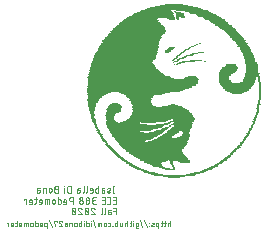
<source format=gbo>
G04 EAGLE Gerber RS-274X export*
G75*
%MOMM*%
%FSLAX34Y34*%
%LPD*%
%INSilkscreen Bottom*%
%IPPOS*%
%AMOC8*
5,1,8,0,0,1.08239X$1,22.5*%
G01*
%ADD10R,1.013463X0.063500*%
%ADD11R,1.780538X0.063500*%
%ADD12R,2.796538X0.063500*%
%ADD13R,1.272538X0.063500*%
%ADD14R,0.949963X0.063500*%
%ADD15R,0.886463X0.063500*%
%ADD16R,0.822963X0.063500*%
%ADD17R,0.759463X0.063500*%
%ADD18R,0.695963X0.063500*%
%ADD19R,0.701037X0.063500*%
%ADD20R,0.637537X0.063500*%
%ADD21R,0.508000X0.063500*%
%ADD22R,0.510537X0.063500*%
%ADD23R,0.571500X0.063500*%
%ADD24R,0.568963X0.063500*%
%ADD25R,0.444500X0.063500*%
%ADD26R,0.825500X0.063500*%
%ADD27R,0.127000X0.063500*%
%ADD28R,0.447038X0.063500*%
%ADD29R,0.190500X0.063500*%
%ADD30R,0.381000X0.063500*%
%ADD31R,0.378463X0.063500*%
%ADD32R,0.441963X0.063500*%
%ADD33R,0.762000X0.063500*%
%ADD34R,1.076963X0.063500*%
%ADD35R,0.383538X0.063500*%
%ADD36R,1.203963X0.063500*%
%ADD37R,0.254000X0.063500*%
%ADD38R,1.460500X0.063500*%
%ADD39R,0.828038X0.063500*%
%ADD40R,0.320038X0.063500*%
%ADD41R,1.907538X0.063500*%
%ADD42R,1.018538X0.063500*%
%ADD43R,2.159000X0.063500*%
%ADD44R,1.651000X0.063500*%
%ADD45R,0.317500X0.063500*%
%ADD46R,0.314963X0.063500*%
%ADD47R,2.349500X0.063500*%
%ADD48R,4.127500X0.063500*%
%ADD49R,4.191000X0.063500*%
%ADD50R,4.257038X0.063500*%
%ADD51R,4.320538X0.063500*%
%ADD52R,4.381500X0.063500*%
%ADD53R,0.251463X0.063500*%
%ADD54R,4.378963X0.063500*%
%ADD55R,4.505962X0.063500*%
%ADD56R,4.569463X0.063500*%
%ADD57R,4.699000X0.063500*%
%ADD58R,4.762500X0.063500*%
%ADD59R,4.826000X0.063500*%
%ADD60R,5.013962X0.063500*%
%ADD61R,5.080000X0.063500*%
%ADD62R,0.256538X0.063500*%
%ADD63R,5.270500X0.063500*%
%ADD64R,5.397500X0.063500*%
%ADD65R,5.524500X0.063500*%
%ADD66R,5.588000X0.063500*%
%ADD67R,5.715000X0.063500*%
%ADD68R,5.778500X0.063500*%
%ADD69R,5.908038X0.063500*%
%ADD70R,2.410462X0.063500*%
%ADD71R,3.302000X0.063500*%
%ADD72R,2.473963X0.063500*%
%ADD73R,3.111500X0.063500*%
%ADD74R,0.193038X0.063500*%
%ADD75R,2.857500X0.063500*%
%ADD76R,2.923538X0.063500*%
%ADD77R,3.048000X0.063500*%
%ADD78R,3.299463X0.063500*%
%ADD79R,2.730500X0.063500*%
%ADD80R,0.187963X0.063500*%
%ADD81R,3.426462X0.063500*%
%ADD82R,1.209037X0.063500*%
%ADD83R,0.955038X0.063500*%
%ADD84R,3.556000X0.063500*%
%ADD85R,0.764538X0.063500*%
%ADD86R,3.810000X0.063500*%
%ADD87R,0.891538X0.063500*%
%ADD88R,3.934462X0.063500*%
%ADD89R,4.061463X0.063500*%
%ADD90R,4.251963X0.063500*%
%ADD91R,0.952500X0.063500*%
%ADD92R,0.574037X0.063500*%
%ADD93R,4.315463X0.063500*%
%ADD94R,2.854963X0.063500*%
%ADD95R,1.267463X0.063500*%
%ADD96R,2.540000X0.063500*%
%ADD97R,3.238500X0.063500*%
%ADD98R,3.619500X0.063500*%
%ADD99R,1.778000X0.063500*%
%ADD100R,3.807463X0.063500*%
%ADD101R,1.714500X0.063500*%
%ADD102R,4.318000X0.063500*%
%ADD103R,4.508500X0.063500*%
%ADD104R,1.524000X0.063500*%
%ADD105R,3.429000X0.063500*%
%ADD106R,0.889000X0.063500*%
%ADD107R,2.984500X0.063500*%
%ADD108R,1.397000X0.063500*%
%ADD109R,1.270000X0.063500*%
%ADD110R,1.587500X0.063500*%
%ADD111R,3.172462X0.063500*%
%ADD112R,3.495038X0.063500*%
%ADD113R,0.698500X0.063500*%
%ADD114R,3.622038X0.063500*%
%ADD115R,0.635000X0.063500*%
%ADD116R,3.683000X0.063500*%
%ADD117R,1.841500X0.063500*%
%ADD118R,5.651500X0.063500*%
%ADD119R,5.334000X0.063500*%
%ADD120R,5.143500X0.063500*%
%ADD121R,5.016500X0.063500*%
%ADD122R,4.953000X0.063500*%
%ADD123R,1.079500X0.063500*%
%ADD124R,1.206500X0.063500*%
%ADD125R,4.635500X0.063500*%
%ADD126R,4.445000X0.063500*%
%ADD127R,1.145538X0.063500*%
%ADD128R,1.968500X0.063500*%
%ADD129R,1.016000X0.063500*%
%ADD130R,1.838963X0.063500*%
%ADD131R,1.330963X0.063500*%
%ADD132R,1.711963X0.063500*%
%ADD133R,1.905000X0.063500*%
%ADD134R,1.143000X0.063500*%
%ADD135R,2.032000X0.063500*%
%ADD136R,2.156462X0.063500*%
%ADD137R,2.286000X0.063500*%
%ADD138R,2.413000X0.063500*%
%ADD139R,2.794000X0.063500*%
%ADD140R,1.648463X0.063500*%
%ADD141R,1.457963X0.063500*%
%ADD142R,7.871463X0.063500*%
%ADD143R,8.061962X0.063500*%
%ADD144R,1.965963X0.063500*%
%ADD145R,8.255000X0.063500*%
%ADD146R,2.095500X0.063500*%
%ADD147R,8.445500X0.063500*%
%ADD148R,2.219963X0.063500*%
%ADD149R,8.572500X0.063500*%
%ADD150R,8.763000X0.063500*%
%ADD151R,8.890000X0.063500*%
%ADD152R,9.017000X0.063500*%
%ADD153R,2.664462X0.063500*%
%ADD154R,9.144000X0.063500*%
%ADD155R,9.204963X0.063500*%
%ADD156R,9.268463X0.063500*%
%ADD157R,1.333500X0.063500*%
%ADD158R,9.331963X0.063500*%
%ADD159R,9.395463X0.063500*%
%ADD160R,1.140463X0.063500*%
%ADD161R,7.493000X0.063500*%
%ADD162R,7.239000X0.063500*%
%ADD163R,7.048500X0.063500*%
%ADD164R,6.860538X0.063500*%
%ADD165R,6.733538X0.063500*%
%ADD166R,6.479538X0.063500*%
%ADD167R,6.413500X0.063500*%
%ADD168R,6.286500X0.063500*%
%ADD169R,1.082037X0.063500*%
%ADD170R,6.093463X0.063500*%
%ADD171R,6.029962X0.063500*%
%ADD172R,1.336037X0.063500*%
%ADD173R,5.966463X0.063500*%
%ADD174R,1.399538X0.063500*%
%ADD175R,5.902963X0.063500*%
%ADD176R,5.775963X0.063500*%
%ADD177R,5.712462X0.063500*%
%ADD178R,5.458463X0.063500*%
%ADD179R,5.394963X0.063500*%
%ADD180R,0.063500X0.063500*%
%ADD181R,5.207000X0.063500*%
%ADD182R,5.146038X0.063500*%
%ADD183R,5.082537X0.063500*%
%ADD184R,5.140963X0.063500*%
%ADD185R,5.204462X0.063500*%
%ADD186R,5.209538X0.063500*%
%ADD187R,0.129537X0.063500*%
%ADD188R,5.077463X0.063500*%
%ADD189R,4.950463X0.063500*%
%ADD190R,4.886963X0.063500*%
%ADD191R,0.124463X0.063500*%
%ADD192R,4.823463X0.063500*%
%ADD193R,4.696462X0.063500*%
%ADD194R,4.632963X0.063500*%
%ADD195R,4.572000X0.063500*%
%ADD196R,4.447538X0.063500*%
%ADD197R,4.384037X0.063500*%
%ADD198R,4.188462X0.063500*%
%ADD199R,3.997963X0.063500*%
%ADD200R,3.746500X0.063500*%
%ADD201R,3.616963X0.063500*%
%ADD202R,3.489963X0.063500*%
%ADD203R,3.362963X0.063500*%
%ADD204R,3.045463X0.063500*%
%ADD205R,2.981963X0.063500*%
%ADD206R,2.667000X0.063500*%
%ADD207R,4.000500X0.063500*%
%ADD208R,1.521463X0.063500*%
%ADD209R,3.304538X0.063500*%
%ADD210R,3.114038X0.063500*%
%ADD211R,0.505463X0.063500*%
%ADD212R,2.603500X0.063500*%
%ADD213R,2.161538X0.063500*%
%ADD214R,2.476500X0.063500*%
%ADD215R,4.955538X0.063500*%
%ADD216R,4.124963X0.063500*%
%ADD217R,3.743963X0.063500*%
%ADD218R,3.241038X0.063500*%
%ADD219R,2.415538X0.063500*%
%ADD220C,0.050800*%


D10*
X149543Y49530D03*
D11*
X149543Y50165D03*
D12*
X149543Y50800D03*
D13*
X139383Y51435D03*
X160338Y51435D03*
D14*
X135255Y52070D03*
D15*
X164148Y52070D03*
D16*
X132080Y52705D03*
X167640Y52705D03*
D17*
X129858Y53340D03*
D18*
X169545Y53340D03*
D19*
X127635Y53975D03*
D20*
X171768Y53975D03*
D21*
X125425Y54610D03*
D22*
X174308Y54610D03*
D23*
X123838Y55245D03*
D22*
X175578Y55245D03*
D24*
X121920Y55880D03*
D23*
X147968Y55880D03*
D21*
X177495Y55880D03*
D25*
X120663Y56515D03*
D26*
X146063Y56515D03*
D21*
X178765Y56515D03*
D22*
X119063Y57150D03*
D20*
X142558Y57150D03*
D27*
X149555Y57150D03*
D21*
X180035Y57150D03*
D28*
X117475Y57785D03*
D22*
X139383Y57785D03*
D29*
X149238Y57785D03*
D25*
X181623Y57785D03*
D30*
X116535Y58420D03*
D24*
X137795Y58420D03*
D27*
X148920Y58420D03*
D31*
X182563Y58420D03*
D32*
X115570Y59055D03*
D33*
X136195Y59055D03*
D29*
X148603Y59055D03*
D32*
X184150Y59055D03*
X114300Y59690D03*
D16*
X135255Y59690D03*
D29*
X148603Y59690D03*
D31*
X185103Y59690D03*
X113348Y60325D03*
D14*
X133985Y60325D03*
D29*
X147968Y60325D03*
D30*
X186360Y60325D03*
X112090Y60960D03*
D34*
X133350Y60960D03*
D29*
X147968Y60960D03*
D35*
X187643Y60960D03*
X110808Y61595D03*
D36*
X132715Y61595D03*
D37*
X147650Y61595D03*
D35*
X188278Y61595D03*
X110173Y62230D03*
D38*
X132067Y62230D03*
D37*
X147650Y62230D03*
D39*
X158750Y62230D03*
D35*
X189548Y62230D03*
D40*
X109220Y62865D03*
D41*
X133668Y62865D03*
D37*
X147650Y62865D03*
D42*
X157798Y62865D03*
D40*
X190500Y62865D03*
D30*
X108280Y63500D03*
D43*
X133045Y63500D03*
D44*
X154635Y63500D03*
D45*
X191148Y63500D03*
D46*
X107315Y64135D03*
D47*
X132728Y64135D03*
D44*
X154000Y64135D03*
D45*
X192418Y64135D03*
D31*
X106363Y64770D03*
D48*
X140983Y64770D03*
D45*
X193053Y64770D03*
X105423Y65405D03*
D49*
X140030Y65405D03*
D45*
X193688Y65405D03*
X104788Y66040D03*
D50*
X139065Y66040D03*
D37*
X194640Y66040D03*
D35*
X103823Y66675D03*
D50*
X138430Y66675D03*
D45*
X195593Y66675D03*
D40*
X102870Y67310D03*
D51*
X137478Y67310D03*
D46*
X196215Y67310D03*
D45*
X102248Y67945D03*
D51*
X136843Y67945D03*
D37*
X197180Y67945D03*
D45*
X101613Y68580D03*
D52*
X135903Y68580D03*
D53*
X197803Y68580D03*
D45*
X100978Y69215D03*
D54*
X135255Y69215D03*
D37*
X198450Y69215D03*
D46*
X100330Y69850D03*
D55*
X134620Y69850D03*
D37*
X199060Y69850D03*
D45*
X99682Y70485D03*
D55*
X133985Y70485D03*
D37*
X199720Y70485D03*
D40*
X99060Y71120D03*
D56*
X133668Y71120D03*
D37*
X200330Y71120D03*
D45*
X98438Y71755D03*
D57*
X133020Y71755D03*
D37*
X200990Y71755D03*
D45*
X97803Y72390D03*
D58*
X132702Y72390D03*
D37*
X201600Y72390D03*
D45*
X97168Y73025D03*
D59*
X132385Y73025D03*
D37*
X202260Y73025D03*
D46*
X96520Y73660D03*
D60*
X132080Y73660D03*
D37*
X202870Y73660D03*
D46*
X95885Y74295D03*
D61*
X132410Y74295D03*
D37*
X203530Y74295D03*
D62*
X94933Y74930D03*
D63*
X132093Y74930D03*
D62*
X204153Y74930D03*
D40*
X94615Y75565D03*
D64*
X132093Y75565D03*
D37*
X204800Y75565D03*
D45*
X93993Y76200D03*
D65*
X132093Y76200D03*
D45*
X205118Y76200D03*
D37*
X93675Y76835D03*
D66*
X131775Y76835D03*
D29*
X205753Y76835D03*
D37*
X93040Y77470D03*
D67*
X131775Y77470D03*
D29*
X206388Y77470D03*
D53*
X92393Y78105D03*
D68*
X131458Y78105D03*
D37*
X206705Y78105D03*
D53*
X91758Y78740D03*
D69*
X131445Y78740D03*
D37*
X207340Y78740D03*
D53*
X91758Y79375D03*
D69*
X131445Y79375D03*
D29*
X207658Y79375D03*
D62*
X91123Y80010D03*
D70*
X112713Y80010D03*
D71*
X144475Y80010D03*
D29*
X208293Y80010D03*
D62*
X90488Y80645D03*
D72*
X113030Y80645D03*
D73*
X146063Y80645D03*
D53*
X208598Y80645D03*
D74*
X90170Y81280D03*
D75*
X114313Y81280D03*
D76*
X147003Y81280D03*
D37*
X209245Y81280D03*
X89865Y81915D03*
D77*
X114630Y81915D03*
D12*
X147638Y81915D03*
D29*
X209563Y81915D03*
D37*
X89230Y82550D03*
D78*
X115253Y82550D03*
D79*
X148603Y82550D03*
D53*
X209868Y82550D03*
D80*
X88900Y83185D03*
D81*
X115888Y83185D03*
D82*
X142240Y83185D03*
D83*
X157480Y83185D03*
D37*
X210515Y83185D03*
D53*
X88583Y83820D03*
D84*
X115875Y83820D03*
D42*
X142558Y83820D03*
D85*
X158433Y83820D03*
D74*
X210820Y83820D03*
D53*
X87948Y84455D03*
D86*
X116510Y84455D03*
D87*
X143193Y84455D03*
D19*
X158750Y84455D03*
D37*
X211125Y84455D03*
D29*
X87643Y85090D03*
D88*
X116523Y85090D03*
D83*
X144145Y85090D03*
D19*
X159385Y85090D03*
D37*
X211785Y85090D03*
D62*
X87313Y85725D03*
D89*
X117158Y85725D03*
D83*
X145415Y85725D03*
D20*
X159703Y85725D03*
D74*
X212090Y85725D03*
X86995Y86360D03*
D90*
X117475Y86360D03*
D91*
X146698Y86360D03*
D92*
X160020Y86360D03*
D37*
X212395Y86360D03*
X86690Y86995D03*
D93*
X117793Y86995D03*
D10*
X147003Y86995D03*
D92*
X160020Y86995D03*
D80*
X212725Y86995D03*
D37*
X86055Y87630D03*
D94*
X109855Y87630D03*
D95*
X134303Y87630D03*
D10*
X148273Y87630D03*
D92*
X160020Y87630D03*
D74*
X213360Y87630D03*
D29*
X85738Y88265D03*
D96*
X108280Y88265D03*
D26*
X136512Y88265D03*
D10*
X148908Y88265D03*
D20*
X159703Y88265D03*
D74*
X213360Y88265D03*
D62*
X85408Y88900D03*
D97*
X111138Y88900D03*
D33*
X138125Y88900D03*
D10*
X149543Y88900D03*
D19*
X159385Y88900D03*
D80*
X213995Y88900D03*
D29*
X85077Y89535D03*
D98*
X112408Y89535D03*
D92*
X139700Y89535D03*
D99*
X154635Y89535D03*
D80*
X213995Y89535D03*
D53*
X84773Y90170D03*
D100*
X113348Y90170D03*
D28*
X140970Y90170D03*
D101*
X154953Y90170D03*
D37*
X214325Y90170D03*
D29*
X84468Y90805D03*
D49*
X114605Y90805D03*
D28*
X142240Y90805D03*
D44*
X155270Y90805D03*
D37*
X214935Y90805D03*
X84150Y91440D03*
D102*
X115240Y91440D03*
D45*
X143523Y91440D03*
D44*
X155905Y91440D03*
D80*
X215265Y91440D03*
D29*
X83833Y92075D03*
D103*
X116192Y92075D03*
D37*
X144475Y92075D03*
D104*
X156540Y92075D03*
D80*
X215265Y92075D03*
D29*
X83833Y92710D03*
D57*
X116510Y92710D03*
D27*
X145745Y92710D03*
D38*
X156858Y92710D03*
D74*
X215900Y92710D03*
D29*
X83172Y93345D03*
D59*
X117145Y93345D03*
D27*
X146380Y93345D03*
D38*
X156858Y93345D03*
D74*
X215900Y93345D03*
D29*
X83172Y93980D03*
D105*
X109550Y93980D03*
D106*
X138760Y93980D03*
D27*
X147650Y93980D03*
D38*
X157493Y93980D03*
D80*
X216535Y93980D03*
D29*
X82563Y94615D03*
D107*
X107328Y94615D03*
D22*
X141923Y94615D03*
D27*
X148285Y94615D03*
D108*
X157810Y94615D03*
D80*
X216535Y94615D03*
D29*
X82563Y95250D03*
D75*
X106693Y95250D03*
D28*
X143510Y95250D03*
D27*
X149555Y95250D03*
D38*
X158128Y95250D03*
D74*
X217170Y95250D03*
D37*
X82245Y95885D03*
D14*
X97155Y95885D03*
D44*
X112090Y95885D03*
D109*
X127965Y95885D03*
D37*
X145745Y95885D03*
D110*
X157493Y95885D03*
D74*
X217170Y95885D03*
D29*
X81928Y96520D03*
D26*
X96533Y96520D03*
D111*
X122238Y96520D03*
D29*
X147333Y96520D03*
D44*
X157810Y96520D03*
D74*
X217170Y96520D03*
D62*
X81598Y97155D03*
D33*
X96215Y97155D03*
D112*
X125095Y97155D03*
D99*
X157175Y97155D03*
D37*
X217475Y97155D03*
D62*
X81598Y97790D03*
D113*
X95898Y97790D03*
D114*
X127000Y97790D03*
D99*
X157810Y97790D03*
D80*
X217805Y97790D03*
D62*
X81598Y98425D03*
D115*
X95580Y98425D03*
D116*
X128600Y98425D03*
D117*
X158128Y98425D03*
D37*
X218135Y98425D03*
D40*
X81280Y99060D03*
D115*
X95580Y99060D03*
D118*
X139078Y99060D03*
D74*
X218440Y99060D03*
D37*
X80950Y99695D03*
D115*
X95580Y99695D03*
D66*
X139395Y99695D03*
D74*
X218440Y99695D03*
D37*
X80950Y100330D03*
D113*
X95263Y100330D03*
D64*
X139078Y100330D03*
D37*
X218745Y100330D03*
X80950Y100965D03*
D113*
X95263Y100965D03*
D119*
X139395Y100965D03*
D80*
X219075Y100965D03*
D46*
X80645Y101600D03*
D33*
X95580Y101600D03*
D63*
X139078Y101600D03*
D80*
X219075Y101600D03*
D46*
X80645Y102235D03*
D113*
X95898Y102235D03*
D120*
X139078Y102235D03*
D80*
X219075Y102235D03*
D46*
X80645Y102870D03*
D33*
X96215Y102870D03*
D121*
X139078Y102870D03*
D74*
X219710Y102870D03*
D31*
X80328Y103505D03*
D26*
X96533Y103505D03*
D121*
X139078Y103505D03*
D74*
X219710Y103505D03*
D31*
X80328Y104140D03*
D14*
X97155Y104140D03*
D122*
X138760Y104140D03*
D74*
X219710Y104140D03*
D31*
X80328Y104775D03*
D123*
X97803Y104775D03*
D59*
X138760Y104775D03*
D29*
X220358Y104775D03*
D31*
X80328Y105410D03*
D124*
X98438Y105410D03*
D58*
X138443Y105410D03*
D29*
X220358Y105410D03*
D32*
X80010Y106045D03*
D124*
X98438Y106045D03*
D57*
X138125Y106045D03*
D29*
X220358Y106045D03*
D32*
X80010Y106680D03*
D109*
X98755Y106680D03*
D125*
X137808Y106680D03*
D29*
X220358Y106680D03*
D21*
X80340Y107315D03*
D109*
X98755Y107315D03*
D103*
X137173Y107315D03*
D29*
X220358Y107315D03*
D21*
X80340Y107950D03*
D82*
X99060Y107950D03*
D126*
X136855Y107950D03*
D37*
X220675Y107950D03*
D92*
X80010Y108585D03*
D127*
X99378Y108585D03*
D102*
X136220Y108585D03*
D74*
X220980Y108585D03*
D92*
X80010Y109220D03*
D127*
X99378Y109220D03*
D128*
X124473Y109220D03*
D44*
X148260Y109220D03*
D74*
X220980Y109220D03*
D20*
X80328Y109855D03*
D129*
X99390Y109855D03*
D130*
X123825Y109855D03*
D131*
X148590Y109855D03*
D74*
X220980Y109855D03*
D20*
X80328Y110490D03*
D91*
X99708Y110490D03*
D132*
X123190Y110490D03*
D15*
X148908Y110490D03*
D74*
X220980Y110490D03*
D20*
X80328Y111125D03*
D26*
X99708Y111125D03*
D101*
X122568Y111125D03*
D30*
X148920Y111125D03*
D62*
X221298Y111125D03*
D17*
X80328Y111760D03*
D23*
X99708Y111760D03*
D44*
X122250Y111760D03*
D29*
X221628Y111760D03*
D17*
X80328Y112395D03*
D29*
X99708Y112395D03*
D101*
X121933Y112395D03*
D29*
X221628Y112395D03*
D26*
X80658Y113030D03*
D44*
X121615Y113030D03*
D29*
X221628Y113030D03*
D26*
X80658Y113665D03*
D44*
X121615Y113665D03*
D29*
X221628Y113665D03*
D106*
X80975Y114300D03*
D101*
X121298Y114300D03*
D29*
X221628Y114300D03*
D14*
X81280Y114935D03*
D99*
X120980Y114935D03*
D29*
X221628Y114935D03*
D14*
X81280Y115570D03*
D117*
X121298Y115570D03*
D29*
X222263Y115570D03*
D129*
X81610Y116205D03*
D133*
X120980Y116205D03*
D29*
X222263Y116205D03*
D134*
X82245Y116840D03*
D135*
X120980Y116840D03*
D29*
X222263Y116840D03*
D134*
X82245Y117475D03*
D136*
X120968Y117475D03*
D29*
X222263Y117475D03*
D95*
X82868Y118110D03*
D137*
X120955Y118110D03*
D29*
X222263Y118110D03*
D131*
X83185Y118745D03*
D138*
X120955Y118745D03*
D29*
X222263Y118745D03*
D38*
X83833Y119380D03*
D139*
X121590Y119380D03*
D29*
X222263Y119380D03*
D110*
X84468Y120015D03*
D111*
X122873Y120015D03*
D29*
X222263Y120015D03*
D140*
X84773Y120650D03*
D116*
X123520Y120650D03*
D26*
X202578Y120650D03*
D29*
X222263Y120650D03*
D128*
X85738Y121285D03*
D102*
X124790Y121285D03*
D124*
X202578Y121285D03*
D29*
X222263Y121285D03*
D137*
X87325Y121920D03*
D122*
X124790Y121920D03*
D141*
X202565Y121920D03*
D29*
X222263Y121920D03*
D142*
X115253Y122555D03*
D132*
X202565Y122555D03*
D29*
X222263Y122555D03*
D143*
X116205Y123190D03*
D144*
X202565Y123190D03*
D29*
X222263Y123190D03*
D145*
X117170Y123825D03*
D146*
X202578Y123825D03*
D29*
X222263Y123825D03*
D147*
X118758Y124460D03*
D148*
X202565Y124460D03*
D29*
X222263Y124460D03*
D149*
X119393Y125095D03*
D47*
X202578Y125095D03*
D29*
X222263Y125095D03*
D150*
X120345Y125730D03*
D70*
X202883Y125730D03*
D29*
X222263Y125730D03*
D151*
X120980Y126365D03*
D96*
X202895Y126365D03*
D29*
X222263Y126365D03*
D152*
X121615Y127000D03*
D153*
X202883Y127000D03*
D29*
X222263Y127000D03*
D154*
X122250Y127635D03*
D79*
X202552Y127635D03*
D29*
X222263Y127635D03*
D155*
X122555Y128270D03*
D12*
X202883Y128270D03*
D29*
X222263Y128270D03*
D156*
X122873Y128905D03*
D157*
X194932Y128905D03*
D38*
X209563Y128905D03*
D29*
X222263Y128905D03*
D158*
X123190Y129540D03*
D123*
X193662Y129540D03*
D36*
X211455Y129540D03*
D29*
X222263Y129540D03*
D159*
X123508Y130175D03*
D129*
X192710Y130175D03*
D160*
X211773Y130175D03*
D29*
X222263Y130175D03*
D159*
X123508Y130810D03*
D83*
X192405Y130810D03*
D123*
X212738Y130810D03*
D29*
X221628Y130810D03*
D159*
X123508Y131445D03*
D83*
X192405Y131445D03*
D129*
X213055Y131445D03*
D29*
X221628Y131445D03*
D159*
X123508Y132080D03*
D87*
X192088Y132080D03*
D129*
X213055Y132080D03*
D29*
X221628Y132080D03*
D161*
X113995Y132715D03*
D38*
X163182Y132715D03*
D87*
X192088Y132715D03*
D10*
X213678Y132715D03*
D29*
X221628Y132715D03*
D162*
X112725Y133350D03*
D36*
X163830Y133350D03*
D87*
X192088Y133350D03*
D14*
X213995Y133350D03*
D29*
X221628Y133350D03*
D163*
X111773Y133985D03*
D10*
X164148Y133985D03*
D87*
X192088Y133985D03*
D14*
X213995Y133985D03*
D29*
X221628Y133985D03*
D164*
X111443Y134620D03*
D17*
X164783Y134620D03*
D87*
X192088Y134620D03*
D83*
X214630Y134620D03*
D29*
X221628Y134620D03*
D165*
X110808Y135255D03*
D25*
X164478Y135255D03*
D87*
X192088Y135255D03*
D83*
X214630Y135255D03*
D74*
X220980Y135255D03*
D166*
X109538Y135890D03*
D83*
X192405Y135890D03*
X214630Y135890D03*
D74*
X220980Y135890D03*
D167*
X109207Y136525D03*
D83*
X192405Y136525D03*
X214630Y136525D03*
D74*
X220980Y136525D03*
D168*
X108572Y137160D03*
D169*
X193040Y137160D03*
D82*
X215900Y137160D03*
D170*
X108268Y137795D03*
D82*
X193675Y137795D03*
D134*
X216230Y137795D03*
D171*
X107950Y138430D03*
D172*
X194310Y138430D03*
D123*
X215913Y138430D03*
D173*
X107633Y139065D03*
D174*
X195263Y139065D03*
D123*
X215913Y139065D03*
D175*
X107315Y139700D03*
D172*
X195580Y139700D03*
D123*
X215913Y139700D03*
D176*
X107315Y140335D03*
D108*
X195885Y140335D03*
D123*
X215913Y140335D03*
D177*
X106998Y140970D03*
D131*
X196215Y140970D03*
D129*
X215595Y140970D03*
D118*
X106693Y141605D03*
D157*
X196863Y141605D03*
D129*
X215595Y141605D03*
D66*
X106375Y142240D03*
D109*
X197180Y142240D03*
D129*
X215595Y142240D03*
D65*
X106693Y142875D03*
D124*
X197498Y142875D03*
D14*
X215265Y142875D03*
D178*
X106363Y143510D03*
D34*
X197485Y143510D03*
D14*
X215265Y143510D03*
D179*
X106045Y144145D03*
D106*
X197815Y144145D03*
D14*
X215265Y144145D03*
D63*
X106032Y144780D03*
D180*
X150508Y144780D03*
D26*
X198133Y144780D03*
D14*
X215265Y144780D03*
D181*
X105715Y145415D03*
D53*
X152083Y145415D03*
D74*
X198755Y145415D03*
D14*
X215265Y145415D03*
D181*
X105715Y146050D03*
D45*
X153657Y146050D03*
D83*
X214630Y146050D03*
D182*
X105410Y146685D03*
D180*
X149873Y146685D03*
D22*
X156528Y146685D03*
D83*
X214630Y146685D03*
D183*
X105728Y147320D03*
D27*
X150190Y147320D03*
D28*
X158750Y147320D03*
D106*
X214300Y147320D03*
D120*
X106032Y147955D03*
D80*
X151765Y147955D03*
D106*
X162890Y147955D03*
D29*
X175908Y147955D03*
D106*
X214300Y147955D03*
D184*
X106680Y148590D03*
D27*
X148920Y148590D03*
D29*
X153022Y148590D03*
D14*
X168275Y148590D03*
D106*
X214300Y148590D03*
D185*
X106998Y149225D03*
D27*
X149555Y149225D03*
D37*
X153975Y149225D03*
D39*
X213995Y149225D03*
D185*
X106998Y149860D03*
D27*
X150190Y149860D03*
D37*
X155245Y149860D03*
D106*
X213690Y149860D03*
D185*
X107633Y150495D03*
D27*
X150825Y150495D03*
D62*
X156528Y150495D03*
D16*
X213360Y150495D03*
D185*
X107633Y151130D03*
D80*
X151765Y151130D03*
D40*
X158115Y151130D03*
D16*
X213360Y151130D03*
D186*
X108268Y151765D03*
D80*
X152400Y151765D03*
D37*
X159715Y151765D03*
D15*
X213043Y151765D03*
D186*
X108268Y152400D03*
D29*
X153022Y152400D03*
D45*
X161303Y152400D03*
D26*
X212738Y152400D03*
D120*
X108598Y153035D03*
D37*
X153975Y153035D03*
D30*
X163525Y153035D03*
D106*
X212420Y153035D03*
D181*
X108915Y153670D03*
D29*
X154927Y153670D03*
D45*
X165113Y153670D03*
D16*
X212090Y153670D03*
D181*
X108915Y154305D03*
D29*
X155562Y154305D03*
D32*
X167640Y154305D03*
D15*
X211773Y154305D03*
D120*
X109233Y154940D03*
D29*
X143523Y154940D03*
X156197Y154940D03*
D22*
X172403Y154940D03*
D26*
X211468Y154940D03*
D185*
X109538Y155575D03*
D45*
X143523Y155575D03*
D187*
X157163Y155575D03*
D106*
X211150Y155575D03*
D120*
X109842Y156210D03*
D25*
X144158Y156210D03*
D74*
X158115Y156210D03*
D16*
X210820Y156210D03*
D188*
X110173Y156845D03*
D25*
X144793Y156845D03*
D27*
X159080Y156845D03*
D15*
X210503Y156845D03*
D188*
X110173Y157480D03*
D21*
X145745Y157480D03*
D29*
X160033Y157480D03*
D26*
X210198Y157480D03*
D60*
X110490Y158115D03*
D23*
X146063Y158115D03*
D29*
X161303Y158115D03*
D106*
X209880Y158115D03*
D60*
X110490Y158750D03*
D23*
X147333Y158750D03*
D29*
X161938Y158750D03*
D16*
X209550Y158750D03*
D121*
X111112Y159385D03*
D25*
X147968Y159385D03*
D29*
X163208Y159385D03*
D15*
X209233Y159385D03*
D121*
X111112Y160020D03*
D29*
X164478Y160020D03*
D87*
X208598Y160020D03*
D189*
X111443Y160655D03*
D29*
X165748Y160655D03*
D91*
X208293Y160655D03*
D190*
X111760Y161290D03*
D29*
X167018Y161290D03*
D15*
X207963Y161290D03*
D189*
X112078Y161925D03*
D191*
X168593Y161925D03*
D87*
X207328Y161925D03*
D190*
X112395Y162560D03*
D29*
X171437Y162560D03*
D91*
X207023Y162560D03*
D190*
X112395Y163195D03*
D15*
X206693Y163195D03*
D192*
X112713Y163830D03*
D87*
X206058Y163830D03*
D59*
X113335Y164465D03*
D15*
X205423Y164465D03*
D59*
X113335Y165100D03*
D91*
X205092Y165100D03*
D58*
X113652Y165735D03*
D91*
X204483Y165735D03*
D193*
X113983Y166370D03*
D83*
X203835Y166370D03*
D193*
X114618Y167005D03*
D129*
X203530Y167005D03*
D193*
X114618Y167640D03*
D42*
X202883Y167640D03*
D193*
X115253Y168275D03*
D129*
X202260Y168275D03*
D194*
X115570Y168910D03*
D129*
X201625Y168910D03*
D125*
X116192Y169545D03*
D129*
X200990Y169545D03*
D125*
X116827Y170180D03*
D123*
X200673Y170180D03*
D194*
X117475Y170815D03*
D123*
X200038Y170815D03*
D193*
X117793Y171450D03*
D123*
X199403Y171450D03*
D125*
X118758Y172085D03*
D34*
X198755Y172085D03*
D57*
X119075Y172720D03*
D123*
X198133Y172720D03*
D125*
X119393Y173355D03*
D34*
X197485Y173355D03*
D195*
X119710Y173990D03*
D123*
X196863Y173990D03*
D196*
X119698Y174625D03*
D160*
X195898Y174625D03*
D197*
X120015Y175260D03*
D134*
X195275Y175260D03*
D90*
X120015Y175895D03*
D134*
X194615Y175895D03*
D198*
X120333Y176530D03*
D82*
X193675Y176530D03*
D199*
X120650Y177165D03*
D124*
X193027Y177165D03*
D88*
X120333Y177800D03*
D82*
X192405Y177800D03*
D200*
X120637Y178435D03*
D109*
X191440Y178435D03*
D201*
X120650Y179070D03*
D82*
X190500Y179070D03*
D202*
X120650Y179705D03*
D109*
X189560Y179705D03*
D203*
X120650Y180340D03*
D157*
X188608Y180340D03*
D111*
X120968Y180975D03*
D157*
X187973Y180975D03*
D204*
X120968Y181610D03*
D157*
X186703Y181610D03*
D205*
X121285Y182245D03*
D108*
X185750Y182245D03*
D139*
X121590Y182880D03*
D29*
X149238Y182880D03*
D180*
X153022Y182880D03*
D38*
X184798Y182880D03*
D79*
X121907Y183515D03*
D25*
X147968Y183515D03*
D27*
X153340Y183515D03*
D38*
X183528Y183515D03*
D206*
X122860Y184150D03*
D113*
X146698Y184150D03*
D37*
X153340Y184150D03*
D38*
X182258Y184150D03*
D207*
X130188Y184785D03*
D37*
X153340Y184785D03*
D62*
X157163Y184785D03*
D208*
X181293Y184785D03*
D86*
X130505Y185420D03*
D19*
X155575Y185420D03*
D104*
X180010Y185420D03*
D200*
X130823Y186055D03*
D33*
X155270Y186055D03*
D44*
X178740Y186055D03*
D98*
X131458Y186690D03*
D113*
X154953Y186690D03*
D44*
X177470Y186690D03*
D105*
X131775Y187325D03*
D113*
X154953Y187325D03*
D140*
X176213Y187325D03*
D209*
X132398Y187960D03*
D113*
X154318Y187960D03*
D99*
X174320Y187960D03*
D210*
X132715Y188595D03*
D24*
X153670Y188595D03*
D117*
X172733Y188595D03*
D107*
X133363Y189230D03*
D211*
X152718Y189230D03*
D133*
X171145Y189230D03*
D79*
X133998Y189865D03*
D27*
X150190Y189865D03*
D128*
X168923Y189865D03*
D212*
X134633Y190500D03*
D213*
X167323Y190500D03*
D138*
X134950Y191135D03*
D214*
X163843Y191135D03*
D215*
X149543Y191770D03*
D194*
X149860Y192405D03*
D216*
X149860Y193040D03*
D217*
X149860Y193675D03*
D218*
X149860Y194310D03*
D219*
X149543Y194945D03*
D110*
X149873Y195580D03*
D220*
X98185Y42672D02*
X98185Y37084D01*
X98806Y37084D02*
X97564Y37084D01*
X97564Y42672D02*
X98806Y42672D01*
X94938Y39257D02*
X93386Y38636D01*
X94938Y39257D02*
X94989Y39279D01*
X95038Y39305D01*
X95086Y39334D01*
X95131Y39367D01*
X95174Y39403D01*
X95215Y39441D01*
X95252Y39483D01*
X95287Y39526D01*
X95319Y39572D01*
X95347Y39621D01*
X95372Y39671D01*
X95393Y39722D01*
X95411Y39775D01*
X95425Y39829D01*
X95435Y39884D01*
X95441Y39940D01*
X95444Y39995D01*
X95443Y40051D01*
X95437Y40107D01*
X95428Y40162D01*
X95416Y40216D01*
X95399Y40270D01*
X95379Y40322D01*
X95355Y40372D01*
X95328Y40421D01*
X95297Y40468D01*
X95263Y40512D01*
X95227Y40554D01*
X95187Y40594D01*
X95145Y40630D01*
X95100Y40664D01*
X95053Y40694D01*
X95005Y40721D01*
X94954Y40745D01*
X94902Y40765D01*
X94848Y40781D01*
X94794Y40794D01*
X94739Y40803D01*
X94683Y40808D01*
X94627Y40809D01*
X94628Y40810D02*
X94517Y40806D01*
X94406Y40800D01*
X94296Y40789D01*
X94186Y40775D01*
X94076Y40758D01*
X93967Y40738D01*
X93859Y40714D01*
X93752Y40686D01*
X93645Y40655D01*
X93540Y40621D01*
X93435Y40584D01*
X93332Y40543D01*
X93230Y40499D01*
X93386Y38636D02*
X93335Y38614D01*
X93286Y38588D01*
X93238Y38559D01*
X93193Y38526D01*
X93150Y38490D01*
X93109Y38452D01*
X93072Y38410D01*
X93037Y38367D01*
X93005Y38321D01*
X92977Y38272D01*
X92952Y38222D01*
X92931Y38171D01*
X92913Y38118D01*
X92899Y38064D01*
X92889Y38009D01*
X92883Y37953D01*
X92880Y37898D01*
X92881Y37842D01*
X92887Y37786D01*
X92896Y37731D01*
X92908Y37677D01*
X92925Y37623D01*
X92945Y37571D01*
X92969Y37521D01*
X92996Y37472D01*
X93027Y37425D01*
X93061Y37381D01*
X93097Y37339D01*
X93137Y37299D01*
X93179Y37263D01*
X93224Y37229D01*
X93271Y37199D01*
X93319Y37172D01*
X93370Y37148D01*
X93422Y37128D01*
X93476Y37112D01*
X93530Y37099D01*
X93585Y37090D01*
X93641Y37085D01*
X93697Y37084D01*
X93696Y37084D02*
X93830Y37087D01*
X93964Y37094D01*
X94098Y37105D01*
X94231Y37118D01*
X94364Y37136D01*
X94497Y37156D01*
X94629Y37180D01*
X94760Y37208D01*
X94891Y37238D01*
X95020Y37272D01*
X95149Y37310D01*
X95277Y37350D01*
X95404Y37394D01*
X89591Y39257D02*
X88194Y39257D01*
X89591Y39258D02*
X89655Y39256D01*
X89720Y39250D01*
X89783Y39241D01*
X89846Y39228D01*
X89908Y39211D01*
X89969Y39190D01*
X90029Y39166D01*
X90087Y39138D01*
X90144Y39107D01*
X90198Y39073D01*
X90251Y39035D01*
X90301Y38994D01*
X90348Y38951D01*
X90393Y38905D01*
X90435Y38856D01*
X90474Y38805D01*
X90510Y38751D01*
X90543Y38696D01*
X90572Y38638D01*
X90598Y38580D01*
X90621Y38519D01*
X90640Y38458D01*
X90655Y38395D01*
X90666Y38331D01*
X90674Y38268D01*
X90678Y38203D01*
X90678Y38139D01*
X90674Y38074D01*
X90666Y38011D01*
X90655Y37947D01*
X90640Y37884D01*
X90621Y37823D01*
X90598Y37762D01*
X90572Y37704D01*
X90543Y37646D01*
X90510Y37591D01*
X90474Y37537D01*
X90435Y37486D01*
X90393Y37437D01*
X90348Y37391D01*
X90301Y37348D01*
X90251Y37307D01*
X90198Y37269D01*
X90144Y37235D01*
X90087Y37204D01*
X90029Y37176D01*
X89969Y37152D01*
X89908Y37131D01*
X89846Y37114D01*
X89783Y37101D01*
X89720Y37092D01*
X89655Y37086D01*
X89591Y37084D01*
X88194Y37084D01*
X88194Y39878D01*
X88196Y39936D01*
X88201Y39995D01*
X88210Y40052D01*
X88223Y40110D01*
X88240Y40166D01*
X88259Y40221D01*
X88283Y40274D01*
X88309Y40327D01*
X88339Y40377D01*
X88372Y40425D01*
X88408Y40471D01*
X88446Y40515D01*
X88488Y40557D01*
X88532Y40595D01*
X88578Y40631D01*
X88626Y40664D01*
X88676Y40694D01*
X88729Y40720D01*
X88782Y40744D01*
X88837Y40763D01*
X88893Y40780D01*
X88951Y40793D01*
X89008Y40802D01*
X89067Y40807D01*
X89125Y40809D01*
X90367Y40809D01*
X85499Y42672D02*
X85499Y37084D01*
X83947Y37084D01*
X83889Y37086D01*
X83830Y37091D01*
X83773Y37100D01*
X83715Y37113D01*
X83659Y37130D01*
X83604Y37149D01*
X83551Y37173D01*
X83498Y37199D01*
X83448Y37229D01*
X83400Y37262D01*
X83354Y37298D01*
X83310Y37336D01*
X83268Y37378D01*
X83230Y37422D01*
X83194Y37468D01*
X83161Y37516D01*
X83131Y37566D01*
X83105Y37619D01*
X83081Y37672D01*
X83062Y37727D01*
X83045Y37783D01*
X83032Y37841D01*
X83023Y37898D01*
X83018Y37957D01*
X83016Y38015D01*
X83016Y39878D01*
X83018Y39936D01*
X83023Y39995D01*
X83032Y40052D01*
X83045Y40110D01*
X83062Y40166D01*
X83081Y40221D01*
X83105Y40274D01*
X83131Y40327D01*
X83161Y40377D01*
X83194Y40425D01*
X83230Y40471D01*
X83268Y40515D01*
X83310Y40557D01*
X83354Y40595D01*
X83400Y40631D01*
X83448Y40664D01*
X83498Y40694D01*
X83551Y40720D01*
X83604Y40744D01*
X83659Y40763D01*
X83715Y40780D01*
X83773Y40793D01*
X83830Y40802D01*
X83889Y40807D01*
X83947Y40809D01*
X85499Y40809D01*
X79842Y37084D02*
X78290Y37084D01*
X79842Y37084D02*
X79900Y37086D01*
X79959Y37091D01*
X80016Y37100D01*
X80074Y37113D01*
X80130Y37130D01*
X80185Y37149D01*
X80238Y37173D01*
X80291Y37199D01*
X80341Y37229D01*
X80389Y37262D01*
X80435Y37298D01*
X80479Y37336D01*
X80521Y37378D01*
X80559Y37422D01*
X80595Y37468D01*
X80628Y37516D01*
X80658Y37566D01*
X80684Y37619D01*
X80708Y37672D01*
X80727Y37727D01*
X80744Y37783D01*
X80757Y37841D01*
X80766Y37898D01*
X80771Y37957D01*
X80773Y38015D01*
X80773Y39568D01*
X80771Y39638D01*
X80765Y39707D01*
X80755Y39776D01*
X80742Y39844D01*
X80724Y39912D01*
X80703Y39978D01*
X80678Y40043D01*
X80650Y40107D01*
X80618Y40169D01*
X80583Y40229D01*
X80544Y40287D01*
X80502Y40342D01*
X80457Y40396D01*
X80409Y40446D01*
X80359Y40494D01*
X80305Y40539D01*
X80250Y40581D01*
X80192Y40620D01*
X80132Y40655D01*
X80070Y40687D01*
X80006Y40715D01*
X79941Y40740D01*
X79875Y40761D01*
X79807Y40779D01*
X79739Y40792D01*
X79670Y40802D01*
X79601Y40808D01*
X79531Y40810D01*
X79461Y40808D01*
X79392Y40802D01*
X79323Y40792D01*
X79255Y40779D01*
X79187Y40761D01*
X79121Y40740D01*
X79056Y40715D01*
X78992Y40687D01*
X78930Y40655D01*
X78870Y40620D01*
X78812Y40581D01*
X78757Y40539D01*
X78703Y40494D01*
X78653Y40446D01*
X78605Y40396D01*
X78560Y40342D01*
X78518Y40287D01*
X78479Y40229D01*
X78444Y40169D01*
X78412Y40107D01*
X78384Y40043D01*
X78359Y39978D01*
X78338Y39912D01*
X78320Y39844D01*
X78307Y39776D01*
X78297Y39707D01*
X78291Y39638D01*
X78289Y39568D01*
X78290Y39568D02*
X78290Y38947D01*
X80773Y38947D01*
X75949Y38015D02*
X75949Y42672D01*
X75949Y38015D02*
X75947Y37957D01*
X75942Y37898D01*
X75933Y37841D01*
X75920Y37783D01*
X75903Y37727D01*
X75884Y37672D01*
X75860Y37619D01*
X75834Y37566D01*
X75804Y37516D01*
X75771Y37468D01*
X75735Y37422D01*
X75697Y37378D01*
X75655Y37336D01*
X75611Y37298D01*
X75565Y37262D01*
X75517Y37229D01*
X75467Y37199D01*
X75414Y37173D01*
X75361Y37149D01*
X75306Y37130D01*
X75250Y37113D01*
X75192Y37100D01*
X75135Y37091D01*
X75076Y37086D01*
X75018Y37084D01*
X73023Y38015D02*
X73023Y42672D01*
X73023Y38015D02*
X73021Y37957D01*
X73016Y37898D01*
X73007Y37841D01*
X72994Y37783D01*
X72977Y37727D01*
X72958Y37672D01*
X72934Y37619D01*
X72908Y37566D01*
X72878Y37516D01*
X72845Y37468D01*
X72809Y37422D01*
X72771Y37378D01*
X72729Y37336D01*
X72685Y37298D01*
X72639Y37262D01*
X72591Y37229D01*
X72541Y37199D01*
X72488Y37173D01*
X72435Y37149D01*
X72380Y37130D01*
X72324Y37113D01*
X72266Y37100D01*
X72209Y37091D01*
X72150Y37086D01*
X72092Y37084D01*
X69109Y39257D02*
X67712Y39257D01*
X69109Y39258D02*
X69173Y39256D01*
X69238Y39250D01*
X69301Y39241D01*
X69364Y39228D01*
X69426Y39211D01*
X69487Y39190D01*
X69547Y39166D01*
X69605Y39138D01*
X69662Y39107D01*
X69716Y39073D01*
X69769Y39035D01*
X69819Y38994D01*
X69866Y38951D01*
X69911Y38905D01*
X69953Y38856D01*
X69992Y38805D01*
X70028Y38751D01*
X70061Y38696D01*
X70090Y38638D01*
X70116Y38580D01*
X70139Y38519D01*
X70158Y38458D01*
X70173Y38395D01*
X70184Y38331D01*
X70192Y38268D01*
X70196Y38203D01*
X70196Y38139D01*
X70192Y38074D01*
X70184Y38011D01*
X70173Y37947D01*
X70158Y37884D01*
X70139Y37823D01*
X70116Y37762D01*
X70090Y37704D01*
X70061Y37646D01*
X70028Y37591D01*
X69992Y37537D01*
X69953Y37486D01*
X69911Y37437D01*
X69866Y37391D01*
X69819Y37348D01*
X69769Y37307D01*
X69716Y37269D01*
X69662Y37235D01*
X69605Y37204D01*
X69547Y37176D01*
X69487Y37152D01*
X69426Y37131D01*
X69364Y37114D01*
X69301Y37101D01*
X69238Y37092D01*
X69173Y37086D01*
X69109Y37084D01*
X67712Y37084D01*
X67712Y39878D01*
X67714Y39936D01*
X67719Y39995D01*
X67728Y40052D01*
X67741Y40110D01*
X67758Y40166D01*
X67777Y40221D01*
X67801Y40274D01*
X67827Y40327D01*
X67857Y40377D01*
X67890Y40425D01*
X67926Y40471D01*
X67964Y40515D01*
X68006Y40557D01*
X68050Y40595D01*
X68096Y40631D01*
X68144Y40664D01*
X68194Y40694D01*
X68247Y40720D01*
X68300Y40744D01*
X68355Y40763D01*
X68411Y40780D01*
X68469Y40793D01*
X68526Y40802D01*
X68585Y40807D01*
X68643Y40809D01*
X69885Y40809D01*
X62064Y42672D02*
X62064Y37084D01*
X62064Y42672D02*
X60512Y42672D01*
X60436Y42670D01*
X60360Y42665D01*
X60284Y42655D01*
X60209Y42642D01*
X60135Y42625D01*
X60061Y42605D01*
X59989Y42581D01*
X59918Y42554D01*
X59848Y42523D01*
X59780Y42489D01*
X59714Y42451D01*
X59650Y42410D01*
X59587Y42367D01*
X59527Y42320D01*
X59470Y42270D01*
X59415Y42217D01*
X59362Y42162D01*
X59312Y42105D01*
X59265Y42045D01*
X59222Y41982D01*
X59181Y41918D01*
X59143Y41852D01*
X59109Y41784D01*
X59078Y41714D01*
X59051Y41643D01*
X59027Y41571D01*
X59007Y41497D01*
X58990Y41423D01*
X58977Y41348D01*
X58967Y41272D01*
X58962Y41196D01*
X58960Y41120D01*
X58960Y38636D01*
X58962Y38560D01*
X58967Y38484D01*
X58977Y38408D01*
X58990Y38333D01*
X59007Y38259D01*
X59027Y38185D01*
X59051Y38113D01*
X59078Y38042D01*
X59109Y37972D01*
X59143Y37904D01*
X59181Y37838D01*
X59222Y37774D01*
X59265Y37711D01*
X59312Y37651D01*
X59362Y37594D01*
X59415Y37539D01*
X59470Y37486D01*
X59527Y37436D01*
X59587Y37389D01*
X59650Y37346D01*
X59714Y37305D01*
X59780Y37267D01*
X59848Y37233D01*
X59918Y37202D01*
X59989Y37175D01*
X60061Y37151D01*
X60135Y37131D01*
X60209Y37114D01*
X60284Y37101D01*
X60360Y37091D01*
X60436Y37086D01*
X60512Y37084D01*
X62064Y37084D01*
X56489Y37084D02*
X56489Y40809D01*
X56644Y42362D02*
X56644Y42672D01*
X56334Y42672D01*
X56334Y42362D01*
X56644Y42362D01*
X51009Y40188D02*
X49457Y40188D01*
X49380Y40186D01*
X49302Y40180D01*
X49226Y40171D01*
X49149Y40157D01*
X49074Y40140D01*
X49000Y40119D01*
X48926Y40094D01*
X48854Y40066D01*
X48784Y40034D01*
X48715Y39999D01*
X48648Y39960D01*
X48583Y39918D01*
X48520Y39873D01*
X48459Y39825D01*
X48401Y39774D01*
X48346Y39720D01*
X48293Y39663D01*
X48244Y39604D01*
X48197Y39542D01*
X48153Y39478D01*
X48113Y39412D01*
X48076Y39344D01*
X48042Y39274D01*
X48012Y39203D01*
X47986Y39130D01*
X47963Y39056D01*
X47944Y38981D01*
X47929Y38906D01*
X47917Y38829D01*
X47909Y38752D01*
X47905Y38675D01*
X47905Y38597D01*
X47909Y38520D01*
X47917Y38443D01*
X47929Y38366D01*
X47944Y38291D01*
X47963Y38216D01*
X47986Y38142D01*
X48012Y38069D01*
X48042Y37998D01*
X48076Y37928D01*
X48113Y37860D01*
X48153Y37794D01*
X48197Y37730D01*
X48244Y37668D01*
X48293Y37609D01*
X48346Y37552D01*
X48401Y37498D01*
X48459Y37447D01*
X48520Y37399D01*
X48583Y37354D01*
X48648Y37312D01*
X48715Y37273D01*
X48784Y37238D01*
X48854Y37206D01*
X48926Y37178D01*
X49000Y37153D01*
X49074Y37132D01*
X49149Y37115D01*
X49226Y37101D01*
X49302Y37092D01*
X49380Y37086D01*
X49457Y37084D01*
X51009Y37084D01*
X51009Y42672D01*
X49457Y42672D01*
X49387Y42670D01*
X49318Y42664D01*
X49249Y42654D01*
X49181Y42641D01*
X49113Y42623D01*
X49047Y42602D01*
X48982Y42577D01*
X48918Y42549D01*
X48856Y42517D01*
X48796Y42482D01*
X48738Y42443D01*
X48683Y42401D01*
X48629Y42356D01*
X48579Y42308D01*
X48531Y42258D01*
X48486Y42204D01*
X48444Y42149D01*
X48405Y42091D01*
X48370Y42031D01*
X48338Y41969D01*
X48310Y41905D01*
X48285Y41840D01*
X48264Y41774D01*
X48246Y41706D01*
X48233Y41638D01*
X48223Y41569D01*
X48217Y41500D01*
X48215Y41430D01*
X48217Y41360D01*
X48223Y41291D01*
X48233Y41222D01*
X48246Y41154D01*
X48264Y41086D01*
X48285Y41020D01*
X48310Y40955D01*
X48338Y40891D01*
X48370Y40829D01*
X48405Y40769D01*
X48444Y40711D01*
X48486Y40656D01*
X48531Y40602D01*
X48579Y40552D01*
X48629Y40504D01*
X48683Y40459D01*
X48738Y40417D01*
X48796Y40378D01*
X48856Y40343D01*
X48918Y40311D01*
X48982Y40283D01*
X49047Y40258D01*
X49113Y40237D01*
X49181Y40219D01*
X49249Y40206D01*
X49318Y40196D01*
X49387Y40190D01*
X49457Y40188D01*
X45844Y39568D02*
X45844Y38326D01*
X45844Y39568D02*
X45842Y39638D01*
X45836Y39707D01*
X45826Y39776D01*
X45813Y39844D01*
X45795Y39912D01*
X45774Y39978D01*
X45749Y40043D01*
X45721Y40107D01*
X45689Y40169D01*
X45654Y40229D01*
X45615Y40287D01*
X45573Y40342D01*
X45528Y40396D01*
X45480Y40446D01*
X45430Y40494D01*
X45376Y40539D01*
X45321Y40581D01*
X45263Y40620D01*
X45203Y40655D01*
X45141Y40687D01*
X45077Y40715D01*
X45012Y40740D01*
X44946Y40761D01*
X44878Y40779D01*
X44810Y40792D01*
X44741Y40802D01*
X44672Y40808D01*
X44602Y40810D01*
X44532Y40808D01*
X44463Y40802D01*
X44394Y40792D01*
X44326Y40779D01*
X44258Y40761D01*
X44192Y40740D01*
X44127Y40715D01*
X44063Y40687D01*
X44001Y40655D01*
X43941Y40620D01*
X43883Y40581D01*
X43828Y40539D01*
X43774Y40494D01*
X43724Y40446D01*
X43676Y40396D01*
X43631Y40342D01*
X43589Y40287D01*
X43550Y40229D01*
X43515Y40169D01*
X43483Y40107D01*
X43455Y40043D01*
X43430Y39978D01*
X43409Y39912D01*
X43391Y39844D01*
X43378Y39776D01*
X43368Y39707D01*
X43362Y39638D01*
X43360Y39568D01*
X43360Y38326D01*
X43362Y38256D01*
X43368Y38187D01*
X43378Y38118D01*
X43391Y38050D01*
X43409Y37982D01*
X43430Y37916D01*
X43455Y37851D01*
X43483Y37787D01*
X43515Y37725D01*
X43550Y37665D01*
X43589Y37607D01*
X43631Y37552D01*
X43676Y37498D01*
X43724Y37448D01*
X43774Y37400D01*
X43828Y37355D01*
X43883Y37313D01*
X43941Y37274D01*
X44001Y37239D01*
X44063Y37207D01*
X44127Y37179D01*
X44192Y37154D01*
X44258Y37133D01*
X44326Y37115D01*
X44394Y37102D01*
X44463Y37092D01*
X44532Y37086D01*
X44602Y37084D01*
X44672Y37086D01*
X44741Y37092D01*
X44810Y37102D01*
X44878Y37115D01*
X44946Y37133D01*
X45012Y37154D01*
X45077Y37179D01*
X45141Y37207D01*
X45203Y37239D01*
X45263Y37274D01*
X45321Y37313D01*
X45376Y37355D01*
X45430Y37400D01*
X45480Y37448D01*
X45528Y37498D01*
X45573Y37552D01*
X45615Y37607D01*
X45654Y37665D01*
X45689Y37725D01*
X45721Y37787D01*
X45749Y37851D01*
X45774Y37916D01*
X45795Y37982D01*
X45813Y38050D01*
X45826Y38118D01*
X45836Y38187D01*
X45842Y38256D01*
X45844Y38326D01*
X40906Y37084D02*
X40906Y40809D01*
X39354Y40809D01*
X39296Y40807D01*
X39237Y40802D01*
X39180Y40793D01*
X39122Y40780D01*
X39066Y40763D01*
X39011Y40744D01*
X38958Y40720D01*
X38905Y40694D01*
X38855Y40664D01*
X38807Y40631D01*
X38761Y40595D01*
X38717Y40557D01*
X38675Y40515D01*
X38637Y40471D01*
X38601Y40425D01*
X38568Y40377D01*
X38538Y40327D01*
X38512Y40274D01*
X38488Y40221D01*
X38469Y40166D01*
X38452Y40110D01*
X38439Y40052D01*
X38430Y39995D01*
X38425Y39936D01*
X38423Y39878D01*
X38422Y39878D02*
X38422Y37084D01*
X34910Y39257D02*
X33513Y39257D01*
X34910Y39258D02*
X34974Y39256D01*
X35039Y39250D01*
X35102Y39241D01*
X35165Y39228D01*
X35227Y39211D01*
X35288Y39190D01*
X35348Y39166D01*
X35406Y39138D01*
X35463Y39107D01*
X35517Y39073D01*
X35570Y39035D01*
X35620Y38994D01*
X35667Y38951D01*
X35712Y38905D01*
X35754Y38856D01*
X35793Y38805D01*
X35829Y38751D01*
X35862Y38696D01*
X35891Y38638D01*
X35917Y38580D01*
X35940Y38519D01*
X35959Y38458D01*
X35974Y38395D01*
X35985Y38331D01*
X35993Y38268D01*
X35997Y38203D01*
X35997Y38139D01*
X35993Y38074D01*
X35985Y38011D01*
X35974Y37947D01*
X35959Y37884D01*
X35940Y37823D01*
X35917Y37762D01*
X35891Y37704D01*
X35862Y37646D01*
X35829Y37591D01*
X35793Y37537D01*
X35754Y37486D01*
X35712Y37437D01*
X35667Y37391D01*
X35620Y37348D01*
X35570Y37307D01*
X35517Y37269D01*
X35463Y37235D01*
X35406Y37204D01*
X35348Y37176D01*
X35288Y37152D01*
X35227Y37131D01*
X35165Y37114D01*
X35102Y37101D01*
X35039Y37092D01*
X34974Y37086D01*
X34910Y37084D01*
X33513Y37084D01*
X33513Y39878D01*
X33514Y39878D02*
X33516Y39936D01*
X33521Y39995D01*
X33530Y40052D01*
X33543Y40110D01*
X33560Y40166D01*
X33579Y40221D01*
X33603Y40274D01*
X33629Y40327D01*
X33659Y40377D01*
X33692Y40425D01*
X33728Y40471D01*
X33766Y40515D01*
X33808Y40557D01*
X33852Y40595D01*
X33898Y40631D01*
X33946Y40664D01*
X33996Y40694D01*
X34049Y40720D01*
X34102Y40744D01*
X34157Y40763D01*
X34213Y40780D01*
X34271Y40793D01*
X34328Y40802D01*
X34387Y40807D01*
X34445Y40809D01*
X35687Y40809D01*
X146431Y13081D02*
X146431Y8509D01*
X146431Y11557D02*
X145161Y11557D01*
X145107Y11555D01*
X145053Y11549D01*
X144999Y11540D01*
X144946Y11526D01*
X144895Y11509D01*
X144844Y11488D01*
X144796Y11464D01*
X144749Y11436D01*
X144704Y11405D01*
X144662Y11371D01*
X144622Y11334D01*
X144585Y11294D01*
X144551Y11252D01*
X144520Y11207D01*
X144492Y11160D01*
X144468Y11112D01*
X144447Y11061D01*
X144430Y11010D01*
X144416Y10957D01*
X144407Y10903D01*
X144401Y10849D01*
X144399Y10795D01*
X144399Y8509D01*
X142713Y11557D02*
X141189Y11557D01*
X142205Y13081D02*
X142205Y9271D01*
X142203Y9217D01*
X142197Y9163D01*
X142188Y9109D01*
X142174Y9056D01*
X142157Y9005D01*
X142136Y8954D01*
X142112Y8906D01*
X142084Y8859D01*
X142053Y8814D01*
X142019Y8772D01*
X141982Y8732D01*
X141942Y8695D01*
X141900Y8661D01*
X141855Y8630D01*
X141808Y8602D01*
X141760Y8578D01*
X141709Y8557D01*
X141658Y8540D01*
X141605Y8526D01*
X141551Y8517D01*
X141497Y8511D01*
X141443Y8509D01*
X141189Y8509D01*
X139818Y11557D02*
X138294Y11557D01*
X139310Y13081D02*
X139310Y9271D01*
X139308Y9217D01*
X139302Y9163D01*
X139293Y9109D01*
X139279Y9056D01*
X139262Y9005D01*
X139241Y8954D01*
X139217Y8906D01*
X139189Y8859D01*
X139158Y8814D01*
X139124Y8772D01*
X139087Y8732D01*
X139047Y8695D01*
X139005Y8661D01*
X138960Y8630D01*
X138913Y8602D01*
X138865Y8578D01*
X138814Y8557D01*
X138763Y8540D01*
X138710Y8526D01*
X138656Y8517D01*
X138602Y8511D01*
X138548Y8509D01*
X138294Y8509D01*
X136346Y6985D02*
X136346Y11557D01*
X135076Y11557D01*
X135022Y11555D01*
X134968Y11549D01*
X134914Y11540D01*
X134861Y11526D01*
X134810Y11509D01*
X134759Y11488D01*
X134711Y11464D01*
X134664Y11436D01*
X134619Y11405D01*
X134577Y11371D01*
X134537Y11334D01*
X134500Y11294D01*
X134466Y11252D01*
X134435Y11207D01*
X134407Y11160D01*
X134383Y11112D01*
X134362Y11061D01*
X134345Y11010D01*
X134331Y10957D01*
X134322Y10903D01*
X134316Y10849D01*
X134314Y10795D01*
X134314Y9271D01*
X134316Y9217D01*
X134322Y9163D01*
X134331Y9109D01*
X134345Y9056D01*
X134362Y9005D01*
X134383Y8954D01*
X134407Y8906D01*
X134435Y8859D01*
X134466Y8814D01*
X134500Y8772D01*
X134537Y8732D01*
X134577Y8695D01*
X134619Y8661D01*
X134664Y8630D01*
X134711Y8602D01*
X134759Y8578D01*
X134810Y8557D01*
X134861Y8540D01*
X134914Y8526D01*
X134968Y8517D01*
X135022Y8511D01*
X135076Y8509D01*
X136346Y8509D01*
X132029Y10287D02*
X130759Y9779D01*
X132030Y10286D02*
X132076Y10307D01*
X132121Y10331D01*
X132163Y10359D01*
X132204Y10389D01*
X132242Y10423D01*
X132277Y10460D01*
X132309Y10499D01*
X132339Y10540D01*
X132364Y10584D01*
X132387Y10630D01*
X132406Y10677D01*
X132421Y10725D01*
X132432Y10775D01*
X132440Y10825D01*
X132444Y10876D01*
X132443Y10926D01*
X132439Y10977D01*
X132431Y11027D01*
X132419Y11077D01*
X132404Y11125D01*
X132384Y11172D01*
X132361Y11217D01*
X132335Y11261D01*
X132306Y11302D01*
X132273Y11341D01*
X132237Y11377D01*
X132199Y11411D01*
X132158Y11441D01*
X132116Y11468D01*
X132071Y11492D01*
X132024Y11512D01*
X131976Y11529D01*
X131927Y11542D01*
X131877Y11551D01*
X131826Y11556D01*
X131776Y11557D01*
X131669Y11553D01*
X131562Y11546D01*
X131455Y11534D01*
X131349Y11519D01*
X131244Y11499D01*
X131139Y11476D01*
X131036Y11449D01*
X130933Y11418D01*
X130832Y11383D01*
X130732Y11345D01*
X130633Y11303D01*
X130759Y9780D02*
X130713Y9759D01*
X130668Y9735D01*
X130626Y9707D01*
X130585Y9677D01*
X130547Y9643D01*
X130512Y9606D01*
X130480Y9567D01*
X130450Y9526D01*
X130425Y9482D01*
X130402Y9436D01*
X130383Y9389D01*
X130368Y9341D01*
X130357Y9291D01*
X130349Y9241D01*
X130345Y9190D01*
X130346Y9140D01*
X130350Y9089D01*
X130358Y9039D01*
X130370Y8989D01*
X130385Y8941D01*
X130405Y8894D01*
X130428Y8849D01*
X130454Y8805D01*
X130483Y8764D01*
X130516Y8725D01*
X130552Y8689D01*
X130590Y8655D01*
X130631Y8625D01*
X130673Y8598D01*
X130718Y8574D01*
X130765Y8554D01*
X130813Y8537D01*
X130862Y8524D01*
X130912Y8515D01*
X130963Y8510D01*
X131013Y8509D01*
X131014Y8508D02*
X131143Y8512D01*
X131273Y8520D01*
X131402Y8532D01*
X131531Y8547D01*
X131659Y8566D01*
X131786Y8590D01*
X131913Y8617D01*
X132039Y8647D01*
X132164Y8682D01*
X132288Y8720D01*
X132411Y8762D01*
X128473Y8890D02*
X128473Y9144D01*
X128219Y9144D01*
X128219Y8890D01*
X128473Y8890D01*
X128473Y10922D02*
X128473Y11176D01*
X128219Y11176D01*
X128219Y10922D01*
X128473Y10922D01*
X126467Y8001D02*
X124435Y13589D01*
X120777Y13589D02*
X122809Y8001D01*
X118264Y8509D02*
X116994Y8509D01*
X118264Y8509D02*
X118318Y8511D01*
X118372Y8517D01*
X118426Y8526D01*
X118479Y8540D01*
X118530Y8557D01*
X118581Y8578D01*
X118629Y8602D01*
X118676Y8630D01*
X118721Y8661D01*
X118763Y8695D01*
X118803Y8732D01*
X118840Y8772D01*
X118874Y8814D01*
X118905Y8859D01*
X118933Y8906D01*
X118957Y8954D01*
X118978Y9005D01*
X118995Y9056D01*
X119009Y9109D01*
X119018Y9163D01*
X119024Y9217D01*
X119026Y9271D01*
X119026Y10795D01*
X119024Y10849D01*
X119018Y10903D01*
X119009Y10957D01*
X118995Y11010D01*
X118978Y11061D01*
X118957Y11112D01*
X118933Y11160D01*
X118905Y11207D01*
X118874Y11252D01*
X118840Y11294D01*
X118803Y11334D01*
X118763Y11371D01*
X118721Y11405D01*
X118676Y11436D01*
X118629Y11464D01*
X118581Y11488D01*
X118530Y11509D01*
X118479Y11526D01*
X118426Y11540D01*
X118372Y11549D01*
X118318Y11555D01*
X118264Y11557D01*
X116994Y11557D01*
X116994Y7747D01*
X116996Y7693D01*
X117002Y7639D01*
X117011Y7585D01*
X117025Y7532D01*
X117042Y7481D01*
X117063Y7430D01*
X117087Y7382D01*
X117115Y7335D01*
X117146Y7290D01*
X117180Y7248D01*
X117217Y7208D01*
X117257Y7171D01*
X117299Y7137D01*
X117344Y7106D01*
X117391Y7078D01*
X117439Y7054D01*
X117490Y7033D01*
X117541Y7016D01*
X117594Y7002D01*
X117648Y6993D01*
X117702Y6987D01*
X117756Y6985D01*
X118772Y6985D01*
X114935Y8509D02*
X114935Y11557D01*
X115062Y12827D02*
X115062Y13081D01*
X114808Y13081D01*
X114808Y12827D01*
X115062Y12827D01*
X113453Y11557D02*
X111929Y11557D01*
X112945Y13081D02*
X112945Y9271D01*
X112943Y9217D01*
X112937Y9163D01*
X112928Y9109D01*
X112914Y9056D01*
X112897Y9005D01*
X112876Y8954D01*
X112852Y8906D01*
X112824Y8859D01*
X112793Y8814D01*
X112759Y8772D01*
X112722Y8732D01*
X112682Y8695D01*
X112640Y8661D01*
X112595Y8630D01*
X112548Y8602D01*
X112500Y8578D01*
X112449Y8557D01*
X112398Y8540D01*
X112345Y8526D01*
X112291Y8517D01*
X112237Y8511D01*
X112183Y8509D01*
X111929Y8509D01*
X110008Y8509D02*
X110008Y13081D01*
X110008Y11557D02*
X108738Y11557D01*
X108684Y11555D01*
X108630Y11549D01*
X108576Y11540D01*
X108523Y11526D01*
X108472Y11509D01*
X108421Y11488D01*
X108373Y11464D01*
X108326Y11436D01*
X108281Y11405D01*
X108239Y11371D01*
X108199Y11334D01*
X108162Y11294D01*
X108128Y11252D01*
X108097Y11207D01*
X108069Y11160D01*
X108045Y11112D01*
X108024Y11061D01*
X108007Y11010D01*
X107993Y10957D01*
X107984Y10903D01*
X107978Y10849D01*
X107976Y10795D01*
X107976Y8509D01*
X105741Y9271D02*
X105741Y11557D01*
X105741Y9271D02*
X105739Y9217D01*
X105733Y9163D01*
X105724Y9109D01*
X105710Y9056D01*
X105693Y9005D01*
X105672Y8954D01*
X105648Y8906D01*
X105620Y8859D01*
X105589Y8814D01*
X105555Y8772D01*
X105518Y8732D01*
X105478Y8695D01*
X105436Y8661D01*
X105391Y8630D01*
X105344Y8602D01*
X105296Y8578D01*
X105245Y8557D01*
X105194Y8540D01*
X105141Y8526D01*
X105087Y8517D01*
X105033Y8511D01*
X104979Y8509D01*
X103709Y8509D01*
X103709Y11557D01*
X101447Y13081D02*
X101447Y8509D01*
X100177Y8509D01*
X100123Y8511D01*
X100069Y8517D01*
X100015Y8526D01*
X99962Y8540D01*
X99911Y8557D01*
X99860Y8578D01*
X99812Y8602D01*
X99765Y8630D01*
X99720Y8661D01*
X99678Y8695D01*
X99638Y8732D01*
X99601Y8772D01*
X99567Y8814D01*
X99536Y8859D01*
X99508Y8906D01*
X99484Y8954D01*
X99463Y9005D01*
X99446Y9056D01*
X99432Y9109D01*
X99423Y9163D01*
X99417Y9217D01*
X99415Y9271D01*
X99415Y10795D01*
X99417Y10849D01*
X99423Y10903D01*
X99432Y10957D01*
X99446Y11010D01*
X99463Y11061D01*
X99484Y11112D01*
X99508Y11160D01*
X99536Y11207D01*
X99567Y11252D01*
X99601Y11294D01*
X99638Y11334D01*
X99678Y11371D01*
X99720Y11405D01*
X99765Y11436D01*
X99812Y11464D01*
X99860Y11488D01*
X99911Y11509D01*
X99962Y11526D01*
X100015Y11540D01*
X100069Y11549D01*
X100123Y11555D01*
X100177Y11557D01*
X101447Y11557D01*
X97689Y8763D02*
X97689Y8509D01*
X97689Y8763D02*
X97435Y8763D01*
X97435Y8509D01*
X97689Y8509D01*
X94915Y8509D02*
X93899Y8509D01*
X94915Y8509D02*
X94969Y8511D01*
X95023Y8517D01*
X95077Y8526D01*
X95130Y8540D01*
X95181Y8557D01*
X95232Y8578D01*
X95280Y8602D01*
X95327Y8630D01*
X95372Y8661D01*
X95414Y8695D01*
X95454Y8732D01*
X95491Y8772D01*
X95525Y8814D01*
X95556Y8859D01*
X95584Y8906D01*
X95608Y8954D01*
X95629Y9005D01*
X95646Y9056D01*
X95660Y9109D01*
X95669Y9163D01*
X95675Y9217D01*
X95677Y9271D01*
X95677Y10795D01*
X95675Y10849D01*
X95669Y10903D01*
X95660Y10957D01*
X95646Y11010D01*
X95629Y11061D01*
X95608Y11112D01*
X95584Y11160D01*
X95556Y11207D01*
X95525Y11252D01*
X95491Y11294D01*
X95454Y11334D01*
X95414Y11371D01*
X95372Y11405D01*
X95327Y11436D01*
X95280Y11464D01*
X95232Y11488D01*
X95181Y11509D01*
X95130Y11526D01*
X95077Y11540D01*
X95023Y11549D01*
X94969Y11555D01*
X94915Y11557D01*
X93899Y11557D01*
X92177Y10541D02*
X92177Y9525D01*
X92177Y10541D02*
X92175Y10604D01*
X92169Y10666D01*
X92160Y10728D01*
X92146Y10789D01*
X92129Y10849D01*
X92108Y10908D01*
X92084Y10966D01*
X92056Y11022D01*
X92025Y11076D01*
X91990Y11128D01*
X91953Y11178D01*
X91912Y11225D01*
X91868Y11270D01*
X91822Y11313D01*
X91773Y11352D01*
X91722Y11388D01*
X91669Y11421D01*
X91614Y11450D01*
X91557Y11477D01*
X91499Y11499D01*
X91439Y11518D01*
X91378Y11533D01*
X91317Y11545D01*
X91255Y11553D01*
X91192Y11557D01*
X91130Y11557D01*
X91067Y11553D01*
X91005Y11545D01*
X90944Y11533D01*
X90883Y11518D01*
X90823Y11499D01*
X90765Y11477D01*
X90708Y11450D01*
X90653Y11421D01*
X90600Y11388D01*
X90549Y11352D01*
X90500Y11313D01*
X90454Y11270D01*
X90410Y11225D01*
X90369Y11178D01*
X90332Y11128D01*
X90297Y11076D01*
X90266Y11022D01*
X90238Y10966D01*
X90214Y10908D01*
X90193Y10849D01*
X90176Y10789D01*
X90162Y10728D01*
X90153Y10666D01*
X90147Y10604D01*
X90145Y10541D01*
X90145Y9525D01*
X90147Y9462D01*
X90153Y9400D01*
X90162Y9338D01*
X90176Y9277D01*
X90193Y9217D01*
X90214Y9158D01*
X90238Y9100D01*
X90266Y9044D01*
X90297Y8990D01*
X90332Y8938D01*
X90369Y8888D01*
X90410Y8841D01*
X90454Y8796D01*
X90500Y8753D01*
X90549Y8714D01*
X90600Y8678D01*
X90653Y8645D01*
X90708Y8616D01*
X90765Y8589D01*
X90823Y8567D01*
X90883Y8548D01*
X90944Y8533D01*
X91005Y8521D01*
X91067Y8513D01*
X91130Y8509D01*
X91192Y8509D01*
X91255Y8513D01*
X91317Y8521D01*
X91378Y8533D01*
X91439Y8548D01*
X91499Y8567D01*
X91557Y8589D01*
X91614Y8616D01*
X91669Y8645D01*
X91722Y8678D01*
X91773Y8714D01*
X91822Y8753D01*
X91868Y8796D01*
X91912Y8841D01*
X91953Y8888D01*
X91990Y8938D01*
X92025Y8990D01*
X92056Y9044D01*
X92084Y9100D01*
X92108Y9158D01*
X92129Y9217D01*
X92146Y9277D01*
X92160Y9338D01*
X92169Y9400D01*
X92175Y9462D01*
X92177Y9525D01*
X87961Y8509D02*
X87961Y11557D01*
X85675Y11557D01*
X85621Y11555D01*
X85567Y11549D01*
X85513Y11540D01*
X85460Y11526D01*
X85409Y11509D01*
X85358Y11488D01*
X85310Y11464D01*
X85263Y11436D01*
X85218Y11405D01*
X85176Y11371D01*
X85136Y11334D01*
X85099Y11294D01*
X85065Y11252D01*
X85034Y11207D01*
X85006Y11160D01*
X84982Y11112D01*
X84961Y11061D01*
X84944Y11010D01*
X84930Y10957D01*
X84921Y10903D01*
X84915Y10849D01*
X84913Y10795D01*
X84913Y8509D01*
X86437Y8509D02*
X86437Y11557D01*
X82881Y8001D02*
X80849Y13589D01*
X79122Y11557D02*
X79122Y8509D01*
X79249Y12827D02*
X79249Y13081D01*
X78995Y13081D01*
X78995Y12827D01*
X79249Y12827D01*
X75237Y13081D02*
X75237Y8509D01*
X76507Y8509D01*
X76561Y8511D01*
X76615Y8517D01*
X76669Y8526D01*
X76722Y8540D01*
X76773Y8557D01*
X76824Y8578D01*
X76872Y8602D01*
X76919Y8630D01*
X76964Y8661D01*
X77006Y8695D01*
X77046Y8732D01*
X77083Y8772D01*
X77117Y8814D01*
X77148Y8859D01*
X77176Y8906D01*
X77200Y8954D01*
X77221Y9005D01*
X77238Y9056D01*
X77252Y9109D01*
X77261Y9163D01*
X77267Y9217D01*
X77269Y9271D01*
X77269Y10795D01*
X77267Y10849D01*
X77261Y10903D01*
X77252Y10957D01*
X77238Y11010D01*
X77221Y11061D01*
X77200Y11112D01*
X77176Y11160D01*
X77148Y11207D01*
X77117Y11252D01*
X77083Y11294D01*
X77046Y11334D01*
X77006Y11371D01*
X76964Y11405D01*
X76919Y11436D01*
X76872Y11464D01*
X76824Y11488D01*
X76773Y11509D01*
X76722Y11526D01*
X76669Y11540D01*
X76615Y11549D01*
X76561Y11555D01*
X76507Y11557D01*
X75237Y11557D01*
X73178Y11557D02*
X73178Y8509D01*
X73305Y12827D02*
X73305Y13081D01*
X73051Y13081D01*
X73051Y12827D01*
X73305Y12827D01*
X71120Y13081D02*
X71120Y8509D01*
X69850Y8509D01*
X69796Y8511D01*
X69742Y8517D01*
X69688Y8526D01*
X69635Y8540D01*
X69584Y8557D01*
X69533Y8578D01*
X69485Y8602D01*
X69438Y8630D01*
X69393Y8661D01*
X69351Y8695D01*
X69311Y8732D01*
X69274Y8772D01*
X69240Y8814D01*
X69209Y8859D01*
X69181Y8906D01*
X69157Y8954D01*
X69136Y9005D01*
X69119Y9056D01*
X69105Y9109D01*
X69096Y9163D01*
X69090Y9217D01*
X69088Y9271D01*
X69088Y10795D01*
X69090Y10849D01*
X69096Y10903D01*
X69105Y10957D01*
X69119Y11010D01*
X69136Y11061D01*
X69157Y11112D01*
X69181Y11160D01*
X69209Y11207D01*
X69240Y11252D01*
X69274Y11294D01*
X69311Y11334D01*
X69351Y11371D01*
X69393Y11405D01*
X69438Y11436D01*
X69485Y11464D01*
X69533Y11488D01*
X69584Y11509D01*
X69635Y11526D01*
X69688Y11540D01*
X69742Y11549D01*
X69796Y11555D01*
X69850Y11557D01*
X71120Y11557D01*
X67184Y10541D02*
X67184Y9525D01*
X67184Y10541D02*
X67182Y10604D01*
X67176Y10666D01*
X67167Y10728D01*
X67153Y10789D01*
X67136Y10849D01*
X67115Y10908D01*
X67091Y10966D01*
X67063Y11022D01*
X67032Y11076D01*
X66997Y11128D01*
X66960Y11178D01*
X66919Y11225D01*
X66875Y11270D01*
X66829Y11313D01*
X66780Y11352D01*
X66729Y11388D01*
X66676Y11421D01*
X66621Y11450D01*
X66564Y11477D01*
X66506Y11499D01*
X66446Y11518D01*
X66385Y11533D01*
X66324Y11545D01*
X66262Y11553D01*
X66199Y11557D01*
X66137Y11557D01*
X66074Y11553D01*
X66012Y11545D01*
X65951Y11533D01*
X65890Y11518D01*
X65830Y11499D01*
X65772Y11477D01*
X65715Y11450D01*
X65660Y11421D01*
X65607Y11388D01*
X65556Y11352D01*
X65507Y11313D01*
X65461Y11270D01*
X65417Y11225D01*
X65376Y11178D01*
X65339Y11128D01*
X65304Y11076D01*
X65273Y11022D01*
X65245Y10966D01*
X65221Y10908D01*
X65200Y10849D01*
X65183Y10789D01*
X65169Y10728D01*
X65160Y10666D01*
X65154Y10604D01*
X65152Y10541D01*
X65152Y9525D01*
X65154Y9462D01*
X65160Y9400D01*
X65169Y9338D01*
X65183Y9277D01*
X65200Y9217D01*
X65221Y9158D01*
X65245Y9100D01*
X65273Y9044D01*
X65304Y8990D01*
X65339Y8938D01*
X65376Y8888D01*
X65417Y8841D01*
X65461Y8796D01*
X65507Y8753D01*
X65556Y8714D01*
X65607Y8678D01*
X65660Y8645D01*
X65715Y8616D01*
X65772Y8589D01*
X65830Y8567D01*
X65890Y8548D01*
X65951Y8533D01*
X66012Y8521D01*
X66074Y8513D01*
X66137Y8509D01*
X66199Y8509D01*
X66262Y8513D01*
X66324Y8521D01*
X66385Y8533D01*
X66446Y8548D01*
X66506Y8567D01*
X66564Y8589D01*
X66621Y8616D01*
X66676Y8645D01*
X66729Y8678D01*
X66780Y8714D01*
X66829Y8753D01*
X66875Y8796D01*
X66919Y8841D01*
X66960Y8888D01*
X66997Y8938D01*
X67032Y8990D01*
X67063Y9044D01*
X67091Y9100D01*
X67115Y9158D01*
X67136Y9217D01*
X67153Y9277D01*
X67167Y9338D01*
X67176Y9400D01*
X67182Y9462D01*
X67184Y9525D01*
X63069Y8509D02*
X63069Y11557D01*
X61799Y11557D01*
X61745Y11555D01*
X61691Y11549D01*
X61637Y11540D01*
X61584Y11526D01*
X61533Y11509D01*
X61482Y11488D01*
X61434Y11464D01*
X61387Y11436D01*
X61342Y11405D01*
X61300Y11371D01*
X61260Y11334D01*
X61223Y11294D01*
X61189Y11252D01*
X61158Y11207D01*
X61130Y11160D01*
X61106Y11112D01*
X61085Y11061D01*
X61068Y11010D01*
X61054Y10957D01*
X61045Y10903D01*
X61039Y10849D01*
X61037Y10795D01*
X61037Y8509D01*
X58092Y10287D02*
X56949Y10287D01*
X58092Y10287D02*
X58150Y10285D01*
X58208Y10279D01*
X58265Y10270D01*
X58322Y10257D01*
X58378Y10240D01*
X58432Y10219D01*
X58485Y10195D01*
X58536Y10168D01*
X58586Y10137D01*
X58633Y10103D01*
X58678Y10066D01*
X58721Y10027D01*
X58760Y9984D01*
X58797Y9939D01*
X58831Y9892D01*
X58862Y9843D01*
X58889Y9791D01*
X58913Y9738D01*
X58934Y9684D01*
X58951Y9628D01*
X58964Y9571D01*
X58973Y9514D01*
X58979Y9456D01*
X58981Y9398D01*
X58979Y9340D01*
X58973Y9282D01*
X58964Y9225D01*
X58951Y9168D01*
X58934Y9112D01*
X58913Y9058D01*
X58889Y9005D01*
X58862Y8954D01*
X58831Y8904D01*
X58797Y8857D01*
X58760Y8812D01*
X58721Y8769D01*
X58678Y8730D01*
X58633Y8693D01*
X58586Y8659D01*
X58537Y8628D01*
X58485Y8601D01*
X58432Y8577D01*
X58378Y8556D01*
X58322Y8539D01*
X58265Y8526D01*
X58208Y8517D01*
X58150Y8511D01*
X58092Y8509D01*
X56949Y8509D01*
X56949Y10795D01*
X56951Y10849D01*
X56957Y10903D01*
X56966Y10957D01*
X56980Y11010D01*
X56997Y11061D01*
X57018Y11112D01*
X57042Y11160D01*
X57070Y11207D01*
X57101Y11252D01*
X57135Y11294D01*
X57172Y11334D01*
X57212Y11371D01*
X57254Y11405D01*
X57299Y11436D01*
X57346Y11464D01*
X57394Y11488D01*
X57445Y11509D01*
X57496Y11526D01*
X57549Y11540D01*
X57603Y11549D01*
X57657Y11555D01*
X57711Y11557D01*
X58727Y11557D01*
X53392Y13081D02*
X53326Y13079D01*
X53259Y13073D01*
X53194Y13064D01*
X53128Y13050D01*
X53064Y13033D01*
X53001Y13012D01*
X52939Y12988D01*
X52879Y12959D01*
X52821Y12928D01*
X52764Y12893D01*
X52709Y12855D01*
X52657Y12814D01*
X52608Y12769D01*
X52561Y12722D01*
X52516Y12673D01*
X52475Y12621D01*
X52437Y12566D01*
X52402Y12510D01*
X52371Y12451D01*
X52342Y12391D01*
X52318Y12329D01*
X52297Y12266D01*
X52280Y12202D01*
X52266Y12136D01*
X52257Y12071D01*
X52251Y12004D01*
X52249Y11938D01*
X53392Y13081D02*
X53466Y13079D01*
X53539Y13074D01*
X53613Y13064D01*
X53685Y13051D01*
X53757Y13035D01*
X53828Y13015D01*
X53898Y12991D01*
X53967Y12964D01*
X54034Y12933D01*
X54100Y12899D01*
X54163Y12862D01*
X54225Y12822D01*
X54285Y12778D01*
X54342Y12732D01*
X54398Y12683D01*
X54450Y12631D01*
X54500Y12576D01*
X54547Y12519D01*
X54591Y12460D01*
X54632Y12399D01*
X54670Y12335D01*
X54705Y12270D01*
X54736Y12203D01*
X54764Y12135D01*
X54789Y12065D01*
X52630Y11049D02*
X52583Y11096D01*
X52539Y11145D01*
X52498Y11197D01*
X52459Y11251D01*
X52424Y11307D01*
X52391Y11365D01*
X52362Y11424D01*
X52336Y11485D01*
X52313Y11547D01*
X52293Y11611D01*
X52278Y11675D01*
X52265Y11740D01*
X52256Y11806D01*
X52251Y11872D01*
X52249Y11938D01*
X52630Y11049D02*
X54789Y8509D01*
X52249Y8509D01*
X50217Y12573D02*
X50217Y13081D01*
X47677Y13081D01*
X48947Y8509D01*
X45848Y8001D02*
X43816Y13589D01*
X41859Y11557D02*
X41859Y6985D01*
X41859Y11557D02*
X40589Y11557D01*
X40535Y11555D01*
X40481Y11549D01*
X40427Y11540D01*
X40374Y11526D01*
X40323Y11509D01*
X40272Y11488D01*
X40224Y11464D01*
X40177Y11436D01*
X40132Y11405D01*
X40090Y11371D01*
X40050Y11334D01*
X40013Y11294D01*
X39979Y11252D01*
X39948Y11207D01*
X39920Y11160D01*
X39896Y11112D01*
X39875Y11061D01*
X39858Y11010D01*
X39844Y10957D01*
X39835Y10903D01*
X39829Y10849D01*
X39827Y10795D01*
X39827Y9271D01*
X39829Y9217D01*
X39835Y9163D01*
X39844Y9109D01*
X39858Y9056D01*
X39875Y9005D01*
X39896Y8954D01*
X39920Y8906D01*
X39948Y8859D01*
X39979Y8814D01*
X40013Y8772D01*
X40050Y8732D01*
X40090Y8695D01*
X40132Y8661D01*
X40177Y8630D01*
X40224Y8602D01*
X40272Y8578D01*
X40323Y8557D01*
X40374Y8540D01*
X40427Y8526D01*
X40481Y8517D01*
X40535Y8511D01*
X40589Y8509D01*
X41859Y8509D01*
X37162Y8509D02*
X35892Y8509D01*
X37162Y8509D02*
X37216Y8511D01*
X37270Y8517D01*
X37324Y8526D01*
X37377Y8540D01*
X37428Y8557D01*
X37479Y8578D01*
X37527Y8602D01*
X37574Y8630D01*
X37619Y8661D01*
X37661Y8695D01*
X37701Y8732D01*
X37738Y8772D01*
X37772Y8814D01*
X37803Y8859D01*
X37831Y8906D01*
X37855Y8954D01*
X37876Y9005D01*
X37893Y9056D01*
X37907Y9109D01*
X37916Y9163D01*
X37922Y9217D01*
X37924Y9271D01*
X37924Y10541D01*
X37922Y10604D01*
X37916Y10666D01*
X37907Y10728D01*
X37893Y10789D01*
X37876Y10849D01*
X37855Y10908D01*
X37831Y10966D01*
X37803Y11022D01*
X37772Y11076D01*
X37737Y11128D01*
X37700Y11178D01*
X37659Y11225D01*
X37615Y11270D01*
X37569Y11313D01*
X37520Y11352D01*
X37469Y11388D01*
X37416Y11421D01*
X37361Y11450D01*
X37304Y11477D01*
X37246Y11499D01*
X37186Y11518D01*
X37125Y11533D01*
X37064Y11545D01*
X37002Y11553D01*
X36939Y11557D01*
X36877Y11557D01*
X36814Y11553D01*
X36752Y11545D01*
X36691Y11533D01*
X36630Y11518D01*
X36570Y11499D01*
X36512Y11477D01*
X36455Y11450D01*
X36400Y11421D01*
X36347Y11388D01*
X36296Y11352D01*
X36247Y11313D01*
X36201Y11270D01*
X36157Y11225D01*
X36116Y11178D01*
X36079Y11128D01*
X36044Y11076D01*
X36013Y11022D01*
X35985Y10966D01*
X35961Y10908D01*
X35940Y10849D01*
X35923Y10789D01*
X35909Y10728D01*
X35900Y10666D01*
X35894Y10604D01*
X35892Y10541D01*
X35892Y10033D01*
X37924Y10033D01*
X31956Y8509D02*
X31956Y13081D01*
X31956Y8509D02*
X33226Y8509D01*
X33280Y8511D01*
X33334Y8517D01*
X33388Y8526D01*
X33441Y8540D01*
X33492Y8557D01*
X33543Y8578D01*
X33591Y8602D01*
X33638Y8630D01*
X33683Y8661D01*
X33725Y8695D01*
X33765Y8732D01*
X33802Y8772D01*
X33836Y8814D01*
X33867Y8859D01*
X33895Y8906D01*
X33919Y8954D01*
X33940Y9005D01*
X33957Y9056D01*
X33971Y9109D01*
X33980Y9163D01*
X33986Y9217D01*
X33988Y9271D01*
X33988Y10795D01*
X33986Y10849D01*
X33980Y10903D01*
X33971Y10957D01*
X33957Y11010D01*
X33940Y11061D01*
X33919Y11112D01*
X33895Y11160D01*
X33867Y11207D01*
X33836Y11252D01*
X33802Y11294D01*
X33765Y11334D01*
X33725Y11371D01*
X33683Y11405D01*
X33638Y11436D01*
X33591Y11464D01*
X33543Y11488D01*
X33492Y11509D01*
X33441Y11526D01*
X33388Y11540D01*
X33334Y11549D01*
X33280Y11555D01*
X33226Y11557D01*
X31956Y11557D01*
X29846Y10541D02*
X29846Y9525D01*
X29846Y10541D02*
X29844Y10604D01*
X29838Y10666D01*
X29829Y10728D01*
X29815Y10789D01*
X29798Y10849D01*
X29777Y10908D01*
X29753Y10966D01*
X29725Y11022D01*
X29694Y11076D01*
X29659Y11128D01*
X29622Y11178D01*
X29581Y11225D01*
X29537Y11270D01*
X29491Y11313D01*
X29442Y11352D01*
X29391Y11388D01*
X29338Y11421D01*
X29283Y11450D01*
X29226Y11477D01*
X29168Y11499D01*
X29108Y11518D01*
X29047Y11533D01*
X28986Y11545D01*
X28924Y11553D01*
X28861Y11557D01*
X28799Y11557D01*
X28736Y11553D01*
X28674Y11545D01*
X28613Y11533D01*
X28552Y11518D01*
X28492Y11499D01*
X28434Y11477D01*
X28377Y11450D01*
X28322Y11421D01*
X28269Y11388D01*
X28218Y11352D01*
X28169Y11313D01*
X28123Y11270D01*
X28079Y11225D01*
X28038Y11178D01*
X28001Y11128D01*
X27966Y11076D01*
X27935Y11022D01*
X27907Y10966D01*
X27883Y10908D01*
X27862Y10849D01*
X27845Y10789D01*
X27831Y10728D01*
X27822Y10666D01*
X27816Y10604D01*
X27814Y10541D01*
X27814Y9525D01*
X27816Y9462D01*
X27822Y9400D01*
X27831Y9338D01*
X27845Y9277D01*
X27862Y9217D01*
X27883Y9158D01*
X27907Y9100D01*
X27935Y9044D01*
X27966Y8990D01*
X28001Y8938D01*
X28038Y8888D01*
X28079Y8841D01*
X28123Y8796D01*
X28169Y8753D01*
X28218Y8714D01*
X28269Y8678D01*
X28322Y8645D01*
X28377Y8616D01*
X28434Y8589D01*
X28492Y8567D01*
X28552Y8548D01*
X28613Y8533D01*
X28674Y8521D01*
X28736Y8513D01*
X28799Y8509D01*
X28861Y8509D01*
X28924Y8513D01*
X28986Y8521D01*
X29047Y8533D01*
X29108Y8548D01*
X29168Y8567D01*
X29226Y8589D01*
X29283Y8616D01*
X29338Y8645D01*
X29391Y8678D01*
X29442Y8714D01*
X29491Y8753D01*
X29537Y8796D01*
X29581Y8841D01*
X29622Y8888D01*
X29659Y8938D01*
X29694Y8990D01*
X29725Y9044D01*
X29753Y9100D01*
X29777Y9158D01*
X29798Y9217D01*
X29815Y9277D01*
X29829Y9338D01*
X29838Y9400D01*
X29844Y9462D01*
X29846Y9525D01*
X25630Y8509D02*
X25630Y11557D01*
X23344Y11557D01*
X23290Y11555D01*
X23236Y11549D01*
X23182Y11540D01*
X23129Y11526D01*
X23078Y11509D01*
X23027Y11488D01*
X22979Y11464D01*
X22932Y11436D01*
X22887Y11405D01*
X22845Y11371D01*
X22805Y11334D01*
X22768Y11294D01*
X22734Y11252D01*
X22703Y11207D01*
X22675Y11160D01*
X22651Y11112D01*
X22630Y11061D01*
X22613Y11010D01*
X22599Y10957D01*
X22590Y10903D01*
X22584Y10849D01*
X22582Y10795D01*
X22582Y8509D01*
X24106Y8509D02*
X24106Y11557D01*
X19636Y8509D02*
X18366Y8509D01*
X19636Y8509D02*
X19690Y8511D01*
X19744Y8517D01*
X19798Y8526D01*
X19851Y8540D01*
X19902Y8557D01*
X19953Y8578D01*
X20001Y8602D01*
X20048Y8630D01*
X20093Y8661D01*
X20135Y8695D01*
X20175Y8732D01*
X20212Y8772D01*
X20246Y8814D01*
X20277Y8859D01*
X20305Y8906D01*
X20329Y8954D01*
X20350Y9005D01*
X20367Y9056D01*
X20381Y9109D01*
X20390Y9163D01*
X20396Y9217D01*
X20398Y9271D01*
X20398Y10541D01*
X20396Y10604D01*
X20390Y10666D01*
X20381Y10728D01*
X20367Y10789D01*
X20350Y10849D01*
X20329Y10908D01*
X20305Y10966D01*
X20277Y11022D01*
X20246Y11076D01*
X20211Y11128D01*
X20174Y11178D01*
X20133Y11225D01*
X20089Y11270D01*
X20043Y11313D01*
X19994Y11352D01*
X19943Y11388D01*
X19890Y11421D01*
X19835Y11450D01*
X19778Y11477D01*
X19720Y11499D01*
X19660Y11518D01*
X19599Y11533D01*
X19538Y11545D01*
X19476Y11553D01*
X19413Y11557D01*
X19351Y11557D01*
X19288Y11553D01*
X19226Y11545D01*
X19165Y11533D01*
X19104Y11518D01*
X19044Y11499D01*
X18986Y11477D01*
X18929Y11450D01*
X18874Y11421D01*
X18821Y11388D01*
X18770Y11352D01*
X18721Y11313D01*
X18675Y11270D01*
X18631Y11225D01*
X18590Y11178D01*
X18553Y11128D01*
X18518Y11076D01*
X18487Y11022D01*
X18459Y10966D01*
X18435Y10908D01*
X18414Y10849D01*
X18397Y10789D01*
X18383Y10728D01*
X18374Y10666D01*
X18368Y10604D01*
X18366Y10541D01*
X18366Y10033D01*
X20398Y10033D01*
X16833Y11557D02*
X15309Y11557D01*
X16325Y13081D02*
X16325Y9271D01*
X16323Y9217D01*
X16317Y9163D01*
X16308Y9109D01*
X16294Y9056D01*
X16277Y9005D01*
X16256Y8954D01*
X16232Y8906D01*
X16204Y8859D01*
X16173Y8814D01*
X16139Y8772D01*
X16102Y8732D01*
X16062Y8695D01*
X16020Y8661D01*
X15975Y8630D01*
X15928Y8602D01*
X15880Y8578D01*
X15829Y8557D01*
X15778Y8540D01*
X15725Y8526D01*
X15671Y8517D01*
X15617Y8511D01*
X15563Y8509D01*
X15309Y8509D01*
X12778Y8509D02*
X11508Y8509D01*
X12778Y8509D02*
X12832Y8511D01*
X12886Y8517D01*
X12940Y8526D01*
X12993Y8540D01*
X13044Y8557D01*
X13095Y8578D01*
X13143Y8602D01*
X13190Y8630D01*
X13235Y8661D01*
X13277Y8695D01*
X13317Y8732D01*
X13354Y8772D01*
X13388Y8814D01*
X13419Y8859D01*
X13447Y8906D01*
X13471Y8954D01*
X13492Y9005D01*
X13509Y9056D01*
X13523Y9109D01*
X13532Y9163D01*
X13538Y9217D01*
X13540Y9271D01*
X13540Y10541D01*
X13538Y10604D01*
X13532Y10666D01*
X13523Y10728D01*
X13509Y10789D01*
X13492Y10849D01*
X13471Y10908D01*
X13447Y10966D01*
X13419Y11022D01*
X13388Y11076D01*
X13353Y11128D01*
X13316Y11178D01*
X13275Y11225D01*
X13231Y11270D01*
X13185Y11313D01*
X13136Y11352D01*
X13085Y11388D01*
X13032Y11421D01*
X12977Y11450D01*
X12920Y11477D01*
X12862Y11499D01*
X12802Y11518D01*
X12741Y11533D01*
X12680Y11545D01*
X12618Y11553D01*
X12555Y11557D01*
X12493Y11557D01*
X12430Y11553D01*
X12368Y11545D01*
X12307Y11533D01*
X12246Y11518D01*
X12186Y11499D01*
X12128Y11477D01*
X12071Y11450D01*
X12016Y11421D01*
X11963Y11388D01*
X11912Y11352D01*
X11863Y11313D01*
X11817Y11270D01*
X11773Y11225D01*
X11732Y11178D01*
X11695Y11128D01*
X11660Y11076D01*
X11629Y11022D01*
X11601Y10966D01*
X11577Y10908D01*
X11556Y10849D01*
X11539Y10789D01*
X11525Y10728D01*
X11516Y10666D01*
X11510Y10604D01*
X11508Y10541D01*
X11508Y10033D01*
X13540Y10033D01*
X9395Y8509D02*
X9395Y11557D01*
X7871Y11557D01*
X7871Y11049D01*
X97592Y27559D02*
X100076Y27559D01*
X100076Y33147D01*
X97592Y33147D01*
X98213Y30663D02*
X100076Y30663D01*
X94290Y27559D02*
X93048Y27559D01*
X94290Y27559D02*
X94360Y27561D01*
X94429Y27567D01*
X94498Y27577D01*
X94566Y27590D01*
X94634Y27608D01*
X94700Y27629D01*
X94765Y27654D01*
X94829Y27682D01*
X94891Y27714D01*
X94951Y27749D01*
X95009Y27788D01*
X95064Y27830D01*
X95118Y27875D01*
X95168Y27923D01*
X95216Y27973D01*
X95261Y28027D01*
X95303Y28082D01*
X95342Y28140D01*
X95377Y28200D01*
X95409Y28262D01*
X95437Y28326D01*
X95462Y28391D01*
X95483Y28457D01*
X95501Y28525D01*
X95514Y28593D01*
X95524Y28662D01*
X95530Y28731D01*
X95532Y28801D01*
X95531Y28801D02*
X95531Y31905D01*
X95532Y31905D02*
X95530Y31975D01*
X95524Y32044D01*
X95514Y32113D01*
X95501Y32181D01*
X95483Y32249D01*
X95462Y32315D01*
X95437Y32380D01*
X95409Y32444D01*
X95377Y32506D01*
X95342Y32566D01*
X95303Y32624D01*
X95261Y32679D01*
X95216Y32733D01*
X95168Y32783D01*
X95118Y32831D01*
X95064Y32876D01*
X95009Y32918D01*
X94951Y32957D01*
X94891Y32992D01*
X94829Y33024D01*
X94765Y33052D01*
X94700Y33077D01*
X94634Y33098D01*
X94566Y33116D01*
X94498Y33129D01*
X94429Y33139D01*
X94360Y33145D01*
X94290Y33147D01*
X93048Y33147D01*
X90749Y27559D02*
X88266Y27559D01*
X90749Y27559D02*
X90749Y33147D01*
X88266Y33147D01*
X88887Y30663D02*
X90749Y30663D01*
X83262Y27559D02*
X81710Y27559D01*
X81633Y27561D01*
X81555Y27567D01*
X81479Y27576D01*
X81402Y27590D01*
X81327Y27607D01*
X81253Y27628D01*
X81179Y27653D01*
X81107Y27681D01*
X81037Y27713D01*
X80968Y27748D01*
X80901Y27787D01*
X80836Y27829D01*
X80773Y27874D01*
X80712Y27922D01*
X80654Y27973D01*
X80599Y28027D01*
X80546Y28084D01*
X80497Y28143D01*
X80450Y28205D01*
X80406Y28269D01*
X80366Y28335D01*
X80329Y28403D01*
X80295Y28473D01*
X80265Y28544D01*
X80239Y28617D01*
X80216Y28691D01*
X80197Y28766D01*
X80182Y28841D01*
X80170Y28918D01*
X80162Y28995D01*
X80158Y29072D01*
X80158Y29150D01*
X80162Y29227D01*
X80170Y29304D01*
X80182Y29381D01*
X80197Y29456D01*
X80216Y29531D01*
X80239Y29605D01*
X80265Y29678D01*
X80295Y29749D01*
X80329Y29819D01*
X80366Y29887D01*
X80406Y29953D01*
X80450Y30017D01*
X80497Y30079D01*
X80546Y30138D01*
X80599Y30195D01*
X80654Y30249D01*
X80712Y30300D01*
X80773Y30348D01*
X80836Y30393D01*
X80901Y30435D01*
X80968Y30474D01*
X81037Y30509D01*
X81107Y30541D01*
X81179Y30569D01*
X81253Y30594D01*
X81327Y30615D01*
X81402Y30632D01*
X81479Y30646D01*
X81555Y30655D01*
X81633Y30661D01*
X81710Y30663D01*
X81400Y33147D02*
X83262Y33147D01*
X81400Y33147D02*
X81330Y33145D01*
X81261Y33139D01*
X81192Y33129D01*
X81124Y33116D01*
X81056Y33098D01*
X80990Y33077D01*
X80925Y33052D01*
X80861Y33024D01*
X80799Y32992D01*
X80739Y32957D01*
X80681Y32918D01*
X80626Y32876D01*
X80572Y32831D01*
X80522Y32783D01*
X80474Y32733D01*
X80429Y32679D01*
X80387Y32624D01*
X80348Y32566D01*
X80313Y32506D01*
X80281Y32444D01*
X80253Y32380D01*
X80228Y32315D01*
X80207Y32249D01*
X80189Y32181D01*
X80176Y32113D01*
X80166Y32044D01*
X80160Y31975D01*
X80158Y31905D01*
X80160Y31835D01*
X80166Y31766D01*
X80176Y31697D01*
X80189Y31629D01*
X80207Y31561D01*
X80228Y31495D01*
X80253Y31430D01*
X80281Y31366D01*
X80313Y31304D01*
X80348Y31244D01*
X80387Y31186D01*
X80429Y31131D01*
X80474Y31077D01*
X80522Y31027D01*
X80572Y30979D01*
X80626Y30934D01*
X80681Y30892D01*
X80739Y30853D01*
X80799Y30818D01*
X80861Y30786D01*
X80925Y30758D01*
X80990Y30733D01*
X81056Y30712D01*
X81124Y30694D01*
X81192Y30681D01*
X81261Y30671D01*
X81330Y30665D01*
X81400Y30663D01*
X82641Y30663D01*
X77776Y29111D02*
X77774Y29188D01*
X77768Y29266D01*
X77759Y29342D01*
X77745Y29419D01*
X77728Y29494D01*
X77707Y29568D01*
X77682Y29642D01*
X77654Y29714D01*
X77622Y29784D01*
X77587Y29853D01*
X77548Y29920D01*
X77506Y29985D01*
X77461Y30048D01*
X77413Y30109D01*
X77362Y30167D01*
X77308Y30222D01*
X77251Y30275D01*
X77192Y30324D01*
X77130Y30371D01*
X77066Y30415D01*
X77000Y30455D01*
X76932Y30492D01*
X76862Y30526D01*
X76791Y30556D01*
X76718Y30582D01*
X76644Y30605D01*
X76569Y30624D01*
X76494Y30639D01*
X76417Y30651D01*
X76340Y30659D01*
X76263Y30663D01*
X76185Y30663D01*
X76108Y30659D01*
X76031Y30651D01*
X75954Y30639D01*
X75879Y30624D01*
X75804Y30605D01*
X75730Y30582D01*
X75657Y30556D01*
X75586Y30526D01*
X75516Y30492D01*
X75448Y30455D01*
X75382Y30415D01*
X75318Y30371D01*
X75256Y30324D01*
X75197Y30275D01*
X75140Y30222D01*
X75086Y30167D01*
X75035Y30109D01*
X74987Y30048D01*
X74942Y29985D01*
X74900Y29920D01*
X74861Y29853D01*
X74826Y29784D01*
X74794Y29714D01*
X74766Y29642D01*
X74741Y29568D01*
X74720Y29494D01*
X74703Y29419D01*
X74689Y29342D01*
X74680Y29266D01*
X74674Y29188D01*
X74672Y29111D01*
X74674Y29034D01*
X74680Y28956D01*
X74689Y28880D01*
X74703Y28803D01*
X74720Y28728D01*
X74741Y28654D01*
X74766Y28580D01*
X74794Y28508D01*
X74826Y28438D01*
X74861Y28369D01*
X74900Y28302D01*
X74942Y28237D01*
X74987Y28174D01*
X75035Y28113D01*
X75086Y28055D01*
X75140Y28000D01*
X75197Y27947D01*
X75256Y27898D01*
X75318Y27851D01*
X75382Y27807D01*
X75448Y27767D01*
X75516Y27730D01*
X75586Y27696D01*
X75657Y27666D01*
X75730Y27640D01*
X75804Y27617D01*
X75879Y27598D01*
X75954Y27583D01*
X76031Y27571D01*
X76108Y27563D01*
X76185Y27559D01*
X76263Y27559D01*
X76340Y27563D01*
X76417Y27571D01*
X76494Y27583D01*
X76569Y27598D01*
X76644Y27617D01*
X76718Y27640D01*
X76791Y27666D01*
X76862Y27696D01*
X76932Y27730D01*
X77000Y27767D01*
X77066Y27807D01*
X77130Y27851D01*
X77192Y27898D01*
X77251Y27947D01*
X77308Y28000D01*
X77362Y28055D01*
X77413Y28113D01*
X77461Y28174D01*
X77506Y28237D01*
X77548Y28302D01*
X77587Y28369D01*
X77622Y28438D01*
X77654Y28508D01*
X77682Y28580D01*
X77707Y28654D01*
X77728Y28728D01*
X77745Y28803D01*
X77759Y28880D01*
X77768Y28956D01*
X77774Y29034D01*
X77776Y29111D01*
X77466Y31905D02*
X77464Y31975D01*
X77458Y32044D01*
X77448Y32113D01*
X77435Y32181D01*
X77417Y32249D01*
X77396Y32315D01*
X77371Y32380D01*
X77343Y32444D01*
X77311Y32506D01*
X77276Y32566D01*
X77237Y32624D01*
X77195Y32679D01*
X77150Y32733D01*
X77102Y32783D01*
X77052Y32831D01*
X76998Y32876D01*
X76943Y32918D01*
X76885Y32957D01*
X76825Y32992D01*
X76763Y33024D01*
X76699Y33052D01*
X76634Y33077D01*
X76568Y33098D01*
X76500Y33116D01*
X76432Y33129D01*
X76363Y33139D01*
X76294Y33145D01*
X76224Y33147D01*
X76154Y33145D01*
X76085Y33139D01*
X76016Y33129D01*
X75948Y33116D01*
X75880Y33098D01*
X75814Y33077D01*
X75749Y33052D01*
X75685Y33024D01*
X75623Y32992D01*
X75563Y32957D01*
X75505Y32918D01*
X75450Y32876D01*
X75396Y32831D01*
X75346Y32783D01*
X75298Y32733D01*
X75253Y32679D01*
X75211Y32624D01*
X75172Y32566D01*
X75137Y32506D01*
X75105Y32444D01*
X75077Y32380D01*
X75052Y32315D01*
X75031Y32249D01*
X75013Y32181D01*
X75000Y32113D01*
X74990Y32044D01*
X74984Y31975D01*
X74982Y31905D01*
X74984Y31835D01*
X74990Y31766D01*
X75000Y31697D01*
X75013Y31629D01*
X75031Y31561D01*
X75052Y31495D01*
X75077Y31430D01*
X75105Y31366D01*
X75137Y31304D01*
X75172Y31244D01*
X75211Y31186D01*
X75253Y31131D01*
X75298Y31077D01*
X75346Y31027D01*
X75396Y30979D01*
X75450Y30934D01*
X75505Y30892D01*
X75563Y30853D01*
X75623Y30818D01*
X75685Y30786D01*
X75749Y30758D01*
X75814Y30733D01*
X75880Y30712D01*
X75948Y30694D01*
X76016Y30681D01*
X76085Y30671D01*
X76154Y30665D01*
X76224Y30663D01*
X76294Y30665D01*
X76363Y30671D01*
X76432Y30681D01*
X76500Y30694D01*
X76568Y30712D01*
X76634Y30733D01*
X76699Y30758D01*
X76763Y30786D01*
X76825Y30818D01*
X76885Y30853D01*
X76943Y30892D01*
X76998Y30934D01*
X77052Y30979D01*
X77102Y31027D01*
X77150Y31077D01*
X77195Y31131D01*
X77237Y31186D01*
X77276Y31244D01*
X77311Y31304D01*
X77343Y31366D01*
X77371Y31430D01*
X77396Y31495D01*
X77417Y31561D01*
X77435Y31629D01*
X77448Y31697D01*
X77458Y31766D01*
X77464Y31835D01*
X77466Y31905D01*
X72289Y29111D02*
X72287Y29188D01*
X72281Y29266D01*
X72272Y29342D01*
X72258Y29419D01*
X72241Y29494D01*
X72220Y29568D01*
X72195Y29642D01*
X72167Y29714D01*
X72135Y29784D01*
X72100Y29853D01*
X72061Y29920D01*
X72019Y29985D01*
X71974Y30048D01*
X71926Y30109D01*
X71875Y30167D01*
X71821Y30222D01*
X71764Y30275D01*
X71705Y30324D01*
X71643Y30371D01*
X71579Y30415D01*
X71513Y30455D01*
X71445Y30492D01*
X71375Y30526D01*
X71304Y30556D01*
X71231Y30582D01*
X71157Y30605D01*
X71082Y30624D01*
X71007Y30639D01*
X70930Y30651D01*
X70853Y30659D01*
X70776Y30663D01*
X70698Y30663D01*
X70621Y30659D01*
X70544Y30651D01*
X70467Y30639D01*
X70392Y30624D01*
X70317Y30605D01*
X70243Y30582D01*
X70170Y30556D01*
X70099Y30526D01*
X70029Y30492D01*
X69961Y30455D01*
X69895Y30415D01*
X69831Y30371D01*
X69769Y30324D01*
X69710Y30275D01*
X69653Y30222D01*
X69599Y30167D01*
X69548Y30109D01*
X69500Y30048D01*
X69455Y29985D01*
X69413Y29920D01*
X69374Y29853D01*
X69339Y29784D01*
X69307Y29714D01*
X69279Y29642D01*
X69254Y29568D01*
X69233Y29494D01*
X69216Y29419D01*
X69202Y29342D01*
X69193Y29266D01*
X69187Y29188D01*
X69185Y29111D01*
X69187Y29034D01*
X69193Y28956D01*
X69202Y28880D01*
X69216Y28803D01*
X69233Y28728D01*
X69254Y28654D01*
X69279Y28580D01*
X69307Y28508D01*
X69339Y28438D01*
X69374Y28369D01*
X69413Y28302D01*
X69455Y28237D01*
X69500Y28174D01*
X69548Y28113D01*
X69599Y28055D01*
X69653Y28000D01*
X69710Y27947D01*
X69769Y27898D01*
X69831Y27851D01*
X69895Y27807D01*
X69961Y27767D01*
X70029Y27730D01*
X70099Y27696D01*
X70170Y27666D01*
X70243Y27640D01*
X70317Y27617D01*
X70392Y27598D01*
X70467Y27583D01*
X70544Y27571D01*
X70621Y27563D01*
X70698Y27559D01*
X70776Y27559D01*
X70853Y27563D01*
X70930Y27571D01*
X71007Y27583D01*
X71082Y27598D01*
X71157Y27617D01*
X71231Y27640D01*
X71304Y27666D01*
X71375Y27696D01*
X71445Y27730D01*
X71513Y27767D01*
X71579Y27807D01*
X71643Y27851D01*
X71705Y27898D01*
X71764Y27947D01*
X71821Y28000D01*
X71875Y28055D01*
X71926Y28113D01*
X71974Y28174D01*
X72019Y28237D01*
X72061Y28302D01*
X72100Y28369D01*
X72135Y28438D01*
X72167Y28508D01*
X72195Y28580D01*
X72220Y28654D01*
X72241Y28728D01*
X72258Y28803D01*
X72272Y28880D01*
X72281Y28956D01*
X72287Y29034D01*
X72289Y29111D01*
X71979Y31905D02*
X71977Y31975D01*
X71971Y32044D01*
X71961Y32113D01*
X71948Y32181D01*
X71930Y32249D01*
X71909Y32315D01*
X71884Y32380D01*
X71856Y32444D01*
X71824Y32506D01*
X71789Y32566D01*
X71750Y32624D01*
X71708Y32679D01*
X71663Y32733D01*
X71615Y32783D01*
X71565Y32831D01*
X71511Y32876D01*
X71456Y32918D01*
X71398Y32957D01*
X71338Y32992D01*
X71276Y33024D01*
X71212Y33052D01*
X71147Y33077D01*
X71081Y33098D01*
X71013Y33116D01*
X70945Y33129D01*
X70876Y33139D01*
X70807Y33145D01*
X70737Y33147D01*
X70667Y33145D01*
X70598Y33139D01*
X70529Y33129D01*
X70461Y33116D01*
X70393Y33098D01*
X70327Y33077D01*
X70262Y33052D01*
X70198Y33024D01*
X70136Y32992D01*
X70076Y32957D01*
X70018Y32918D01*
X69963Y32876D01*
X69909Y32831D01*
X69859Y32783D01*
X69811Y32733D01*
X69766Y32679D01*
X69724Y32624D01*
X69685Y32566D01*
X69650Y32506D01*
X69618Y32444D01*
X69590Y32380D01*
X69565Y32315D01*
X69544Y32249D01*
X69526Y32181D01*
X69513Y32113D01*
X69503Y32044D01*
X69497Y31975D01*
X69495Y31905D01*
X69497Y31835D01*
X69503Y31766D01*
X69513Y31697D01*
X69526Y31629D01*
X69544Y31561D01*
X69565Y31495D01*
X69590Y31430D01*
X69618Y31366D01*
X69650Y31304D01*
X69685Y31244D01*
X69724Y31186D01*
X69766Y31131D01*
X69811Y31077D01*
X69859Y31027D01*
X69909Y30979D01*
X69963Y30934D01*
X70018Y30892D01*
X70076Y30853D01*
X70136Y30818D01*
X70198Y30786D01*
X70262Y30758D01*
X70327Y30733D01*
X70393Y30712D01*
X70461Y30694D01*
X70529Y30681D01*
X70598Y30671D01*
X70667Y30665D01*
X70737Y30663D01*
X70807Y30665D01*
X70876Y30671D01*
X70945Y30681D01*
X71013Y30694D01*
X71081Y30712D01*
X71147Y30733D01*
X71212Y30758D01*
X71276Y30786D01*
X71338Y30818D01*
X71398Y30853D01*
X71456Y30892D01*
X71511Y30934D01*
X71565Y30979D01*
X71615Y31027D01*
X71663Y31077D01*
X71708Y31131D01*
X71750Y31186D01*
X71789Y31244D01*
X71824Y31304D01*
X71856Y31366D01*
X71884Y31430D01*
X71909Y31495D01*
X71930Y31561D01*
X71948Y31629D01*
X71961Y31697D01*
X71971Y31766D01*
X71977Y31835D01*
X71979Y31905D01*
X63611Y33147D02*
X63611Y27559D01*
X63611Y33147D02*
X62059Y33147D01*
X61982Y33145D01*
X61904Y33139D01*
X61828Y33130D01*
X61751Y33116D01*
X61676Y33099D01*
X61602Y33078D01*
X61528Y33053D01*
X61456Y33025D01*
X61386Y32993D01*
X61317Y32958D01*
X61250Y32919D01*
X61185Y32877D01*
X61122Y32832D01*
X61061Y32784D01*
X61003Y32733D01*
X60948Y32679D01*
X60895Y32622D01*
X60846Y32563D01*
X60799Y32501D01*
X60755Y32437D01*
X60715Y32371D01*
X60678Y32303D01*
X60644Y32233D01*
X60614Y32162D01*
X60588Y32089D01*
X60565Y32015D01*
X60546Y31940D01*
X60531Y31865D01*
X60519Y31788D01*
X60511Y31711D01*
X60507Y31634D01*
X60507Y31556D01*
X60511Y31479D01*
X60519Y31402D01*
X60531Y31325D01*
X60546Y31250D01*
X60565Y31175D01*
X60588Y31101D01*
X60614Y31028D01*
X60644Y30957D01*
X60678Y30887D01*
X60715Y30819D01*
X60755Y30753D01*
X60799Y30689D01*
X60846Y30627D01*
X60895Y30568D01*
X60948Y30511D01*
X61003Y30457D01*
X61061Y30406D01*
X61122Y30358D01*
X61185Y30313D01*
X61250Y30271D01*
X61317Y30232D01*
X61386Y30197D01*
X61456Y30165D01*
X61528Y30137D01*
X61602Y30112D01*
X61676Y30091D01*
X61751Y30074D01*
X61828Y30060D01*
X61904Y30051D01*
X61982Y30045D01*
X62059Y30043D01*
X63611Y30043D01*
X57515Y27559D02*
X55963Y27559D01*
X57515Y27559D02*
X57573Y27561D01*
X57632Y27566D01*
X57689Y27575D01*
X57747Y27588D01*
X57803Y27605D01*
X57858Y27624D01*
X57911Y27648D01*
X57964Y27674D01*
X58014Y27704D01*
X58062Y27737D01*
X58108Y27773D01*
X58152Y27811D01*
X58194Y27853D01*
X58232Y27897D01*
X58268Y27943D01*
X58301Y27991D01*
X58331Y28041D01*
X58357Y28094D01*
X58381Y28147D01*
X58400Y28202D01*
X58417Y28258D01*
X58430Y28316D01*
X58439Y28373D01*
X58444Y28432D01*
X58446Y28490D01*
X58446Y30043D01*
X58444Y30113D01*
X58438Y30182D01*
X58428Y30251D01*
X58415Y30319D01*
X58397Y30387D01*
X58376Y30453D01*
X58351Y30518D01*
X58323Y30582D01*
X58291Y30644D01*
X58256Y30704D01*
X58217Y30762D01*
X58175Y30817D01*
X58130Y30871D01*
X58082Y30921D01*
X58032Y30969D01*
X57978Y31014D01*
X57923Y31056D01*
X57865Y31095D01*
X57805Y31130D01*
X57743Y31162D01*
X57679Y31190D01*
X57614Y31215D01*
X57548Y31236D01*
X57480Y31254D01*
X57412Y31267D01*
X57343Y31277D01*
X57274Y31283D01*
X57204Y31285D01*
X57134Y31283D01*
X57065Y31277D01*
X56996Y31267D01*
X56928Y31254D01*
X56860Y31236D01*
X56794Y31215D01*
X56729Y31190D01*
X56665Y31162D01*
X56603Y31130D01*
X56543Y31095D01*
X56485Y31056D01*
X56430Y31014D01*
X56376Y30969D01*
X56326Y30921D01*
X56278Y30871D01*
X56233Y30817D01*
X56191Y30762D01*
X56152Y30704D01*
X56117Y30644D01*
X56085Y30582D01*
X56057Y30518D01*
X56032Y30453D01*
X56011Y30387D01*
X55993Y30319D01*
X55980Y30251D01*
X55970Y30182D01*
X55964Y30113D01*
X55962Y30043D01*
X55963Y30043D02*
X55963Y29422D01*
X58446Y29422D01*
X51237Y27559D02*
X51237Y33147D01*
X51237Y27559D02*
X52789Y27559D01*
X52847Y27561D01*
X52906Y27566D01*
X52963Y27575D01*
X53021Y27588D01*
X53077Y27605D01*
X53132Y27624D01*
X53185Y27648D01*
X53238Y27674D01*
X53288Y27704D01*
X53336Y27737D01*
X53382Y27773D01*
X53426Y27811D01*
X53468Y27853D01*
X53506Y27897D01*
X53542Y27943D01*
X53575Y27991D01*
X53605Y28041D01*
X53631Y28094D01*
X53655Y28147D01*
X53674Y28202D01*
X53691Y28258D01*
X53704Y28316D01*
X53713Y28373D01*
X53718Y28432D01*
X53720Y28490D01*
X53720Y30353D01*
X53718Y30411D01*
X53713Y30470D01*
X53704Y30527D01*
X53691Y30585D01*
X53674Y30641D01*
X53655Y30696D01*
X53631Y30749D01*
X53605Y30802D01*
X53575Y30852D01*
X53542Y30900D01*
X53506Y30946D01*
X53468Y30990D01*
X53426Y31032D01*
X53382Y31070D01*
X53336Y31106D01*
X53288Y31139D01*
X53238Y31169D01*
X53185Y31195D01*
X53132Y31219D01*
X53077Y31238D01*
X53021Y31255D01*
X52963Y31268D01*
X52906Y31277D01*
X52847Y31282D01*
X52789Y31284D01*
X51237Y31284D01*
X48754Y30043D02*
X48754Y28801D01*
X48754Y30043D02*
X48752Y30113D01*
X48746Y30182D01*
X48736Y30251D01*
X48723Y30319D01*
X48705Y30387D01*
X48684Y30453D01*
X48659Y30518D01*
X48631Y30582D01*
X48599Y30644D01*
X48564Y30704D01*
X48525Y30762D01*
X48483Y30817D01*
X48438Y30871D01*
X48390Y30921D01*
X48340Y30969D01*
X48286Y31014D01*
X48231Y31056D01*
X48173Y31095D01*
X48113Y31130D01*
X48051Y31162D01*
X47987Y31190D01*
X47922Y31215D01*
X47856Y31236D01*
X47788Y31254D01*
X47720Y31267D01*
X47651Y31277D01*
X47582Y31283D01*
X47512Y31285D01*
X47442Y31283D01*
X47373Y31277D01*
X47304Y31267D01*
X47236Y31254D01*
X47168Y31236D01*
X47102Y31215D01*
X47037Y31190D01*
X46973Y31162D01*
X46911Y31130D01*
X46851Y31095D01*
X46793Y31056D01*
X46738Y31014D01*
X46684Y30969D01*
X46634Y30921D01*
X46586Y30871D01*
X46541Y30817D01*
X46499Y30762D01*
X46460Y30704D01*
X46425Y30644D01*
X46393Y30582D01*
X46365Y30518D01*
X46340Y30453D01*
X46319Y30387D01*
X46301Y30319D01*
X46288Y30251D01*
X46278Y30182D01*
X46272Y30113D01*
X46270Y30043D01*
X46270Y28801D01*
X46272Y28731D01*
X46278Y28662D01*
X46288Y28593D01*
X46301Y28525D01*
X46319Y28457D01*
X46340Y28391D01*
X46365Y28326D01*
X46393Y28262D01*
X46425Y28200D01*
X46460Y28140D01*
X46499Y28082D01*
X46541Y28027D01*
X46586Y27973D01*
X46634Y27923D01*
X46684Y27875D01*
X46738Y27830D01*
X46793Y27788D01*
X46851Y27749D01*
X46911Y27714D01*
X46973Y27682D01*
X47037Y27654D01*
X47102Y27629D01*
X47168Y27608D01*
X47236Y27590D01*
X47304Y27577D01*
X47373Y27567D01*
X47442Y27561D01*
X47512Y27559D01*
X47582Y27561D01*
X47651Y27567D01*
X47720Y27577D01*
X47788Y27590D01*
X47856Y27608D01*
X47922Y27629D01*
X47987Y27654D01*
X48051Y27682D01*
X48113Y27714D01*
X48173Y27749D01*
X48231Y27788D01*
X48286Y27830D01*
X48340Y27875D01*
X48390Y27923D01*
X48438Y27973D01*
X48483Y28027D01*
X48525Y28082D01*
X48564Y28140D01*
X48599Y28200D01*
X48631Y28262D01*
X48659Y28326D01*
X48684Y28391D01*
X48705Y28457D01*
X48723Y28525D01*
X48736Y28593D01*
X48746Y28662D01*
X48752Y28731D01*
X48754Y28801D01*
X43705Y27559D02*
X43705Y31284D01*
X40911Y31284D01*
X40853Y31282D01*
X40794Y31277D01*
X40737Y31268D01*
X40679Y31255D01*
X40623Y31238D01*
X40568Y31219D01*
X40515Y31195D01*
X40462Y31169D01*
X40412Y31139D01*
X40364Y31106D01*
X40318Y31070D01*
X40274Y31032D01*
X40232Y30990D01*
X40194Y30946D01*
X40158Y30900D01*
X40125Y30852D01*
X40095Y30802D01*
X40069Y30749D01*
X40045Y30696D01*
X40026Y30641D01*
X40009Y30585D01*
X39996Y30527D01*
X39987Y30470D01*
X39982Y30411D01*
X39980Y30353D01*
X39980Y27559D01*
X41843Y27559D02*
X41843Y31284D01*
X36484Y27559D02*
X34932Y27559D01*
X36484Y27559D02*
X36542Y27561D01*
X36601Y27566D01*
X36658Y27575D01*
X36716Y27588D01*
X36772Y27605D01*
X36827Y27624D01*
X36880Y27648D01*
X36933Y27674D01*
X36983Y27704D01*
X37031Y27737D01*
X37077Y27773D01*
X37121Y27811D01*
X37163Y27853D01*
X37201Y27897D01*
X37237Y27943D01*
X37270Y27991D01*
X37300Y28041D01*
X37326Y28094D01*
X37350Y28147D01*
X37369Y28202D01*
X37386Y28258D01*
X37399Y28316D01*
X37408Y28373D01*
X37413Y28432D01*
X37415Y28490D01*
X37415Y30043D01*
X37413Y30113D01*
X37407Y30182D01*
X37397Y30251D01*
X37384Y30319D01*
X37366Y30387D01*
X37345Y30453D01*
X37320Y30518D01*
X37292Y30582D01*
X37260Y30644D01*
X37225Y30704D01*
X37186Y30762D01*
X37144Y30817D01*
X37099Y30871D01*
X37051Y30921D01*
X37001Y30969D01*
X36947Y31014D01*
X36892Y31056D01*
X36834Y31095D01*
X36774Y31130D01*
X36712Y31162D01*
X36648Y31190D01*
X36583Y31215D01*
X36517Y31236D01*
X36449Y31254D01*
X36381Y31267D01*
X36312Y31277D01*
X36243Y31283D01*
X36173Y31285D01*
X36103Y31283D01*
X36034Y31277D01*
X35965Y31267D01*
X35897Y31254D01*
X35829Y31236D01*
X35763Y31215D01*
X35698Y31190D01*
X35634Y31162D01*
X35572Y31130D01*
X35512Y31095D01*
X35454Y31056D01*
X35399Y31014D01*
X35345Y30969D01*
X35295Y30921D01*
X35247Y30871D01*
X35202Y30817D01*
X35160Y30762D01*
X35121Y30704D01*
X35086Y30644D01*
X35054Y30582D01*
X35026Y30518D01*
X35001Y30453D01*
X34980Y30387D01*
X34962Y30319D01*
X34949Y30251D01*
X34939Y30182D01*
X34933Y30113D01*
X34931Y30043D01*
X34932Y30043D02*
X34932Y29422D01*
X37415Y29422D01*
X33127Y31284D02*
X31264Y31284D01*
X32506Y33147D02*
X32506Y28490D01*
X32505Y28490D02*
X32503Y28432D01*
X32498Y28373D01*
X32489Y28316D01*
X32476Y28258D01*
X32459Y28202D01*
X32440Y28147D01*
X32416Y28094D01*
X32390Y28041D01*
X32360Y27991D01*
X32327Y27943D01*
X32291Y27897D01*
X32253Y27853D01*
X32211Y27811D01*
X32167Y27773D01*
X32121Y27737D01*
X32073Y27704D01*
X32023Y27674D01*
X31970Y27648D01*
X31917Y27624D01*
X31862Y27605D01*
X31806Y27588D01*
X31748Y27575D01*
X31691Y27566D01*
X31632Y27561D01*
X31574Y27559D01*
X31264Y27559D01*
X28254Y27559D02*
X26702Y27559D01*
X28254Y27559D02*
X28312Y27561D01*
X28371Y27566D01*
X28428Y27575D01*
X28486Y27588D01*
X28542Y27605D01*
X28597Y27624D01*
X28650Y27648D01*
X28703Y27674D01*
X28753Y27704D01*
X28801Y27737D01*
X28847Y27773D01*
X28891Y27811D01*
X28933Y27853D01*
X28971Y27897D01*
X29007Y27943D01*
X29040Y27991D01*
X29070Y28041D01*
X29096Y28094D01*
X29120Y28147D01*
X29139Y28202D01*
X29156Y28258D01*
X29169Y28316D01*
X29178Y28373D01*
X29183Y28432D01*
X29185Y28490D01*
X29186Y28490D02*
X29186Y30043D01*
X29184Y30113D01*
X29178Y30182D01*
X29168Y30251D01*
X29155Y30319D01*
X29137Y30387D01*
X29116Y30453D01*
X29091Y30518D01*
X29063Y30582D01*
X29031Y30644D01*
X28996Y30704D01*
X28957Y30762D01*
X28915Y30817D01*
X28870Y30871D01*
X28822Y30921D01*
X28772Y30969D01*
X28718Y31014D01*
X28663Y31056D01*
X28605Y31095D01*
X28545Y31130D01*
X28483Y31162D01*
X28419Y31190D01*
X28354Y31215D01*
X28288Y31236D01*
X28220Y31254D01*
X28152Y31267D01*
X28083Y31277D01*
X28014Y31283D01*
X27944Y31285D01*
X27874Y31283D01*
X27805Y31277D01*
X27736Y31267D01*
X27668Y31254D01*
X27600Y31236D01*
X27534Y31215D01*
X27469Y31190D01*
X27405Y31162D01*
X27343Y31130D01*
X27283Y31095D01*
X27225Y31056D01*
X27170Y31014D01*
X27116Y30969D01*
X27066Y30921D01*
X27018Y30871D01*
X26973Y30817D01*
X26931Y30762D01*
X26892Y30704D01*
X26857Y30644D01*
X26825Y30582D01*
X26797Y30518D01*
X26772Y30453D01*
X26751Y30387D01*
X26733Y30319D01*
X26720Y30251D01*
X26710Y30182D01*
X26704Y30113D01*
X26702Y30043D01*
X26702Y29422D01*
X29186Y29422D01*
X24215Y27559D02*
X24215Y31284D01*
X22353Y31284D01*
X22353Y30663D01*
X100711Y24257D02*
X100711Y18669D01*
X100711Y24257D02*
X98227Y24257D01*
X98227Y21773D02*
X100711Y21773D01*
X95148Y20842D02*
X93751Y20842D01*
X95148Y20843D02*
X95212Y20841D01*
X95277Y20835D01*
X95340Y20826D01*
X95403Y20813D01*
X95465Y20796D01*
X95526Y20775D01*
X95586Y20751D01*
X95644Y20723D01*
X95701Y20692D01*
X95755Y20658D01*
X95808Y20620D01*
X95858Y20579D01*
X95905Y20536D01*
X95950Y20490D01*
X95992Y20441D01*
X96031Y20390D01*
X96067Y20336D01*
X96100Y20281D01*
X96129Y20223D01*
X96155Y20165D01*
X96178Y20104D01*
X96197Y20043D01*
X96212Y19980D01*
X96223Y19916D01*
X96231Y19853D01*
X96235Y19788D01*
X96235Y19724D01*
X96231Y19659D01*
X96223Y19596D01*
X96212Y19532D01*
X96197Y19469D01*
X96178Y19408D01*
X96155Y19347D01*
X96129Y19289D01*
X96100Y19231D01*
X96067Y19176D01*
X96031Y19122D01*
X95992Y19071D01*
X95950Y19022D01*
X95905Y18976D01*
X95858Y18933D01*
X95808Y18892D01*
X95755Y18854D01*
X95701Y18820D01*
X95644Y18789D01*
X95586Y18761D01*
X95526Y18737D01*
X95465Y18716D01*
X95403Y18699D01*
X95340Y18686D01*
X95277Y18677D01*
X95212Y18671D01*
X95148Y18669D01*
X93751Y18669D01*
X93751Y21463D01*
X93753Y21521D01*
X93758Y21580D01*
X93767Y21637D01*
X93780Y21695D01*
X93797Y21751D01*
X93816Y21806D01*
X93840Y21859D01*
X93866Y21912D01*
X93896Y21962D01*
X93929Y22010D01*
X93965Y22056D01*
X94003Y22100D01*
X94045Y22142D01*
X94089Y22180D01*
X94135Y22216D01*
X94183Y22249D01*
X94233Y22279D01*
X94286Y22305D01*
X94339Y22329D01*
X94394Y22348D01*
X94450Y22365D01*
X94508Y22378D01*
X94565Y22387D01*
X94624Y22392D01*
X94682Y22394D01*
X95924Y22394D01*
X91198Y24257D02*
X91198Y19600D01*
X91196Y19542D01*
X91191Y19483D01*
X91182Y19426D01*
X91169Y19368D01*
X91152Y19312D01*
X91133Y19257D01*
X91109Y19204D01*
X91083Y19151D01*
X91053Y19101D01*
X91020Y19053D01*
X90984Y19007D01*
X90946Y18963D01*
X90904Y18921D01*
X90860Y18883D01*
X90814Y18847D01*
X90766Y18814D01*
X90716Y18784D01*
X90663Y18758D01*
X90610Y18734D01*
X90555Y18715D01*
X90499Y18698D01*
X90441Y18685D01*
X90384Y18676D01*
X90325Y18671D01*
X90267Y18669D01*
X88272Y19600D02*
X88272Y24257D01*
X88272Y19600D02*
X88270Y19542D01*
X88265Y19483D01*
X88256Y19426D01*
X88243Y19368D01*
X88226Y19312D01*
X88207Y19257D01*
X88183Y19204D01*
X88157Y19151D01*
X88127Y19101D01*
X88094Y19053D01*
X88058Y19007D01*
X88020Y18963D01*
X87978Y18921D01*
X87934Y18883D01*
X87888Y18847D01*
X87840Y18814D01*
X87790Y18784D01*
X87737Y18758D01*
X87684Y18734D01*
X87629Y18715D01*
X87573Y18698D01*
X87515Y18685D01*
X87458Y18676D01*
X87399Y18671D01*
X87341Y18669D01*
X80727Y24257D02*
X80654Y24255D01*
X80581Y24249D01*
X80508Y24240D01*
X80437Y24226D01*
X80365Y24209D01*
X80295Y24189D01*
X80226Y24164D01*
X80159Y24136D01*
X80093Y24105D01*
X80029Y24070D01*
X79966Y24032D01*
X79906Y23990D01*
X79848Y23946D01*
X79792Y23898D01*
X79739Y23848D01*
X79689Y23795D01*
X79641Y23739D01*
X79597Y23681D01*
X79555Y23621D01*
X79517Y23559D01*
X79482Y23494D01*
X79451Y23428D01*
X79423Y23361D01*
X79398Y23292D01*
X79378Y23222D01*
X79361Y23150D01*
X79347Y23079D01*
X79338Y23006D01*
X79332Y22933D01*
X79330Y22860D01*
X80727Y24257D02*
X80811Y24255D01*
X80894Y24249D01*
X80977Y24240D01*
X81059Y24226D01*
X81141Y24209D01*
X81222Y24187D01*
X81302Y24162D01*
X81380Y24134D01*
X81458Y24102D01*
X81533Y24066D01*
X81607Y24027D01*
X81679Y23984D01*
X81749Y23938D01*
X81816Y23889D01*
X81882Y23836D01*
X81944Y23781D01*
X82004Y23723D01*
X82062Y23662D01*
X82116Y23599D01*
X82168Y23533D01*
X82216Y23465D01*
X82261Y23394D01*
X82303Y23322D01*
X82341Y23247D01*
X82376Y23171D01*
X82407Y23094D01*
X82435Y23015D01*
X79796Y21774D02*
X79742Y21827D01*
X79691Y21884D01*
X79643Y21943D01*
X79598Y22004D01*
X79557Y22067D01*
X79518Y22133D01*
X79483Y22200D01*
X79451Y22269D01*
X79423Y22340D01*
X79399Y22411D01*
X79378Y22484D01*
X79361Y22558D01*
X79347Y22633D01*
X79338Y22708D01*
X79332Y22784D01*
X79330Y22860D01*
X79796Y21773D02*
X82434Y18669D01*
X79330Y18669D01*
X76948Y21463D02*
X76946Y21594D01*
X76941Y21724D01*
X76931Y21854D01*
X76918Y21984D01*
X76902Y22114D01*
X76882Y22243D01*
X76858Y22371D01*
X76830Y22498D01*
X76799Y22625D01*
X76764Y22751D01*
X76726Y22876D01*
X76684Y23000D01*
X76639Y23122D01*
X76590Y23243D01*
X76538Y23363D01*
X76482Y23481D01*
X76483Y23481D02*
X76460Y23541D01*
X76434Y23601D01*
X76405Y23658D01*
X76372Y23714D01*
X76336Y23768D01*
X76298Y23820D01*
X76256Y23870D01*
X76212Y23917D01*
X76165Y23962D01*
X76115Y24004D01*
X76064Y24043D01*
X76010Y24079D01*
X75954Y24112D01*
X75897Y24142D01*
X75838Y24169D01*
X75777Y24192D01*
X75716Y24212D01*
X75653Y24228D01*
X75589Y24241D01*
X75525Y24250D01*
X75461Y24255D01*
X75396Y24257D01*
X75331Y24255D01*
X75267Y24250D01*
X75203Y24241D01*
X75139Y24228D01*
X75076Y24212D01*
X75015Y24192D01*
X74954Y24169D01*
X74895Y24142D01*
X74838Y24112D01*
X74782Y24079D01*
X74728Y24043D01*
X74677Y24004D01*
X74627Y23962D01*
X74580Y23917D01*
X74536Y23870D01*
X74494Y23820D01*
X74456Y23768D01*
X74420Y23714D01*
X74387Y23658D01*
X74358Y23601D01*
X74332Y23541D01*
X74309Y23481D01*
X74253Y23363D01*
X74201Y23243D01*
X74152Y23122D01*
X74107Y23000D01*
X74065Y22876D01*
X74027Y22751D01*
X73992Y22625D01*
X73961Y22499D01*
X73933Y22371D01*
X73909Y22243D01*
X73889Y22114D01*
X73873Y21984D01*
X73860Y21854D01*
X73850Y21724D01*
X73845Y21594D01*
X73843Y21463D01*
X76948Y21463D02*
X76946Y21332D01*
X76941Y21202D01*
X76931Y21072D01*
X76918Y20942D01*
X76902Y20812D01*
X76882Y20684D01*
X76858Y20555D01*
X76830Y20428D01*
X76799Y20301D01*
X76764Y20175D01*
X76726Y20050D01*
X76684Y19927D01*
X76639Y19804D01*
X76590Y19683D01*
X76538Y19563D01*
X76482Y19445D01*
X76483Y19445D02*
X76460Y19385D01*
X76434Y19325D01*
X76405Y19268D01*
X76372Y19212D01*
X76336Y19158D01*
X76298Y19106D01*
X76256Y19056D01*
X76212Y19009D01*
X76165Y18964D01*
X76115Y18922D01*
X76064Y18883D01*
X76010Y18847D01*
X75954Y18814D01*
X75897Y18784D01*
X75838Y18757D01*
X75777Y18734D01*
X75716Y18714D01*
X75653Y18698D01*
X75589Y18685D01*
X75525Y18676D01*
X75461Y18671D01*
X75396Y18669D01*
X74309Y19445D02*
X74253Y19563D01*
X74201Y19683D01*
X74152Y19804D01*
X74107Y19926D01*
X74065Y20050D01*
X74027Y20175D01*
X73992Y20301D01*
X73961Y20427D01*
X73933Y20555D01*
X73909Y20683D01*
X73889Y20812D01*
X73873Y20942D01*
X73860Y21072D01*
X73850Y21202D01*
X73845Y21332D01*
X73843Y21463D01*
X74309Y19445D02*
X74332Y19385D01*
X74358Y19325D01*
X74387Y19268D01*
X74420Y19212D01*
X74456Y19158D01*
X74494Y19106D01*
X74536Y19056D01*
X74580Y19009D01*
X74627Y18964D01*
X74677Y18922D01*
X74728Y18883D01*
X74782Y18847D01*
X74838Y18814D01*
X74895Y18784D01*
X74954Y18757D01*
X75015Y18734D01*
X75076Y18714D01*
X75139Y18698D01*
X75203Y18685D01*
X75267Y18676D01*
X75331Y18671D01*
X75396Y18669D01*
X76637Y19911D02*
X74154Y23015D01*
X69754Y24257D02*
X69681Y24255D01*
X69608Y24249D01*
X69535Y24240D01*
X69464Y24226D01*
X69392Y24209D01*
X69322Y24189D01*
X69253Y24164D01*
X69186Y24136D01*
X69120Y24105D01*
X69056Y24070D01*
X68993Y24032D01*
X68933Y23990D01*
X68875Y23946D01*
X68819Y23898D01*
X68766Y23848D01*
X68716Y23795D01*
X68668Y23739D01*
X68624Y23681D01*
X68582Y23621D01*
X68544Y23559D01*
X68509Y23494D01*
X68478Y23428D01*
X68450Y23361D01*
X68425Y23292D01*
X68405Y23222D01*
X68388Y23150D01*
X68374Y23079D01*
X68365Y23006D01*
X68359Y22933D01*
X68357Y22860D01*
X69754Y24257D02*
X69838Y24255D01*
X69921Y24249D01*
X70004Y24240D01*
X70086Y24226D01*
X70168Y24209D01*
X70249Y24187D01*
X70329Y24162D01*
X70407Y24134D01*
X70485Y24102D01*
X70560Y24066D01*
X70634Y24027D01*
X70706Y23984D01*
X70776Y23938D01*
X70843Y23889D01*
X70909Y23836D01*
X70971Y23781D01*
X71031Y23723D01*
X71089Y23662D01*
X71143Y23599D01*
X71195Y23533D01*
X71243Y23465D01*
X71288Y23394D01*
X71330Y23322D01*
X71368Y23247D01*
X71403Y23171D01*
X71434Y23094D01*
X71462Y23015D01*
X68824Y21774D02*
X68770Y21827D01*
X68719Y21884D01*
X68671Y21943D01*
X68626Y22004D01*
X68585Y22067D01*
X68546Y22133D01*
X68511Y22200D01*
X68479Y22269D01*
X68451Y22340D01*
X68427Y22411D01*
X68406Y22484D01*
X68389Y22558D01*
X68375Y22633D01*
X68366Y22708D01*
X68360Y22784D01*
X68358Y22860D01*
X68823Y21773D02*
X71462Y18669D01*
X68357Y18669D01*
X65975Y21463D02*
X65973Y21594D01*
X65968Y21724D01*
X65958Y21854D01*
X65945Y21984D01*
X65929Y22114D01*
X65909Y22243D01*
X65885Y22371D01*
X65857Y22498D01*
X65826Y22625D01*
X65791Y22751D01*
X65753Y22876D01*
X65711Y23000D01*
X65666Y23122D01*
X65617Y23243D01*
X65565Y23363D01*
X65509Y23481D01*
X65510Y23481D02*
X65487Y23541D01*
X65461Y23601D01*
X65432Y23658D01*
X65399Y23714D01*
X65363Y23768D01*
X65325Y23820D01*
X65283Y23870D01*
X65239Y23917D01*
X65192Y23962D01*
X65142Y24004D01*
X65091Y24043D01*
X65037Y24079D01*
X64981Y24112D01*
X64924Y24142D01*
X64865Y24169D01*
X64804Y24192D01*
X64743Y24212D01*
X64680Y24228D01*
X64616Y24241D01*
X64552Y24250D01*
X64488Y24255D01*
X64423Y24257D01*
X64358Y24255D01*
X64294Y24250D01*
X64230Y24241D01*
X64166Y24228D01*
X64103Y24212D01*
X64042Y24192D01*
X63981Y24169D01*
X63922Y24142D01*
X63865Y24112D01*
X63809Y24079D01*
X63755Y24043D01*
X63704Y24004D01*
X63654Y23962D01*
X63607Y23917D01*
X63563Y23870D01*
X63521Y23820D01*
X63483Y23768D01*
X63447Y23714D01*
X63414Y23658D01*
X63385Y23601D01*
X63359Y23541D01*
X63336Y23481D01*
X63280Y23363D01*
X63228Y23243D01*
X63179Y23122D01*
X63134Y23000D01*
X63092Y22876D01*
X63054Y22751D01*
X63019Y22625D01*
X62988Y22499D01*
X62960Y22371D01*
X62936Y22243D01*
X62916Y22114D01*
X62900Y21984D01*
X62887Y21854D01*
X62877Y21724D01*
X62872Y21594D01*
X62870Y21463D01*
X65975Y21463D02*
X65973Y21332D01*
X65968Y21202D01*
X65958Y21072D01*
X65945Y20942D01*
X65929Y20812D01*
X65909Y20684D01*
X65885Y20555D01*
X65857Y20428D01*
X65826Y20301D01*
X65791Y20175D01*
X65753Y20050D01*
X65711Y19927D01*
X65666Y19804D01*
X65617Y19683D01*
X65565Y19563D01*
X65509Y19445D01*
X65510Y19445D02*
X65487Y19385D01*
X65461Y19325D01*
X65432Y19268D01*
X65399Y19212D01*
X65363Y19158D01*
X65325Y19106D01*
X65283Y19056D01*
X65239Y19009D01*
X65192Y18964D01*
X65142Y18922D01*
X65091Y18883D01*
X65037Y18847D01*
X64981Y18814D01*
X64924Y18784D01*
X64865Y18757D01*
X64804Y18734D01*
X64743Y18714D01*
X64680Y18698D01*
X64616Y18685D01*
X64552Y18676D01*
X64488Y18671D01*
X64423Y18669D01*
X63337Y19445D02*
X63281Y19563D01*
X63229Y19683D01*
X63180Y19804D01*
X63135Y19926D01*
X63093Y20050D01*
X63055Y20175D01*
X63020Y20301D01*
X62989Y20427D01*
X62961Y20555D01*
X62937Y20683D01*
X62917Y20812D01*
X62901Y20942D01*
X62888Y21072D01*
X62878Y21202D01*
X62873Y21332D01*
X62871Y21463D01*
X63336Y19445D02*
X63359Y19385D01*
X63385Y19325D01*
X63414Y19268D01*
X63447Y19212D01*
X63483Y19158D01*
X63521Y19106D01*
X63563Y19056D01*
X63607Y19009D01*
X63654Y18964D01*
X63704Y18922D01*
X63755Y18883D01*
X63809Y18847D01*
X63865Y18814D01*
X63922Y18784D01*
X63981Y18757D01*
X64042Y18734D01*
X64103Y18714D01*
X64166Y18698D01*
X64230Y18685D01*
X64294Y18676D01*
X64358Y18671D01*
X64423Y18669D01*
X65665Y19911D02*
X63181Y23015D01*
M02*

</source>
